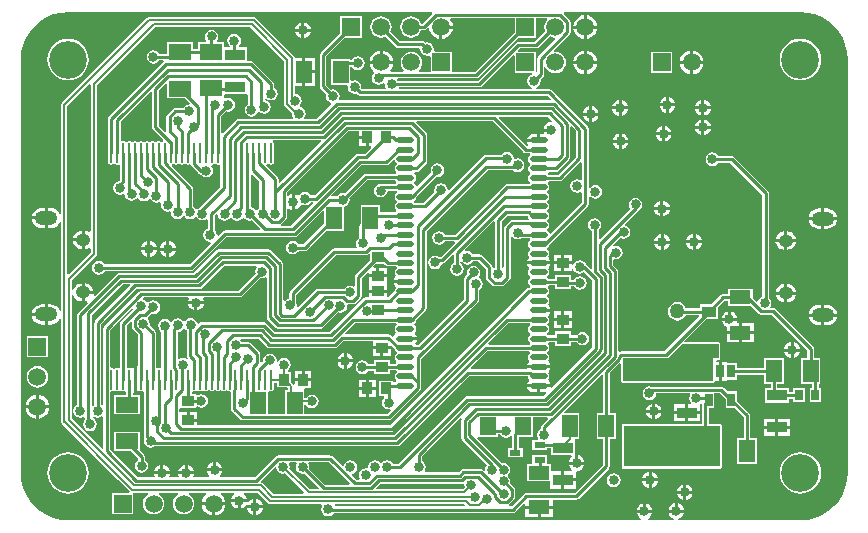
<source format=gbl>
G04 Layer_Physical_Order=4*
G04 Layer_Color=16711680*
%FSLAX44Y44*%
%MOMM*%
G71*
G01*
G75*
%ADD10C,1.2700*%
%ADD12R,0.6500X1.1000*%
%ADD13R,1.7000X0.9500*%
%ADD16R,1.0000X0.9000*%
%ADD18R,1.4000X1.5000*%
%ADD23R,0.9000X1.0000*%
%ADD25R,1.9000X1.3500*%
%ADD26R,1.8000X1.1500*%
%ADD29R,1.3500X1.9000*%
%ADD30R,3.5600X1.4000*%
%ADD31R,1.2200X0.9100*%
%ADD35C,0.2540*%
%ADD36C,0.2100*%
%ADD40C,1.5000*%
%ADD41R,1.5000X1.5000*%
%ADD42O,1.2500X1.0500*%
%ADD43O,1.9000X1.2250*%
%ADD44C,3.2000*%
%ADD45R,1.5000X1.5000*%
%ADD46C,0.8400*%
%ADD59R,0.7000X0.9000*%
%ADD60R,0.9500X0.5000*%
%ADD61O,1.5000X0.5500*%
%ADD62O,0.2500X1.7000*%
%ADD63R,8.1800X3.4700*%
G36*
X666837Y808502D02*
X667131Y807026D01*
X668391Y805141D01*
X670276Y803881D01*
X672500Y803438D01*
X674724Y803881D01*
X676609Y805141D01*
X677115Y805897D01*
X678385D01*
X678891Y805141D01*
X680776Y803881D01*
X683000Y803438D01*
X685224Y803881D01*
X687109Y805141D01*
X687736Y806079D01*
X689264D01*
X689891Y805141D01*
X691776Y803881D01*
X694000Y803438D01*
X695516Y803740D01*
X702758Y796498D01*
X702272Y795324D01*
X672750D01*
X672750Y795324D01*
X671669Y795109D01*
X670753Y794497D01*
X670753Y794497D01*
X667166Y790910D01*
X666711Y791153D01*
X666045Y791585D01*
X665619Y793724D01*
X664360Y795610D01*
X664152Y795748D01*
Y807613D01*
X665459Y808921D01*
X666837Y808502D01*
D02*
G37*
G36*
X929495Y807356D02*
X929747Y806092D01*
X930246Y805344D01*
X929567Y804074D01*
X916000D01*
X916000Y804074D01*
X914919Y803859D01*
X914003Y803247D01*
X909843Y799087D01*
X909230Y798170D01*
X909015Y797090D01*
X909016Y797090D01*
Y764371D01*
X907761Y763684D01*
X907094Y764099D01*
Y802850D01*
X911920Y807676D01*
X929175D01*
X929495Y807356D01*
D02*
G37*
G36*
X701926Y837080D02*
Y814218D01*
X700640Y813360D01*
X700139Y812608D01*
X698611D01*
X698109Y813360D01*
X696224Y814619D01*
X694574Y814947D01*
Y842635D01*
X695844Y843162D01*
X701926Y837080D01*
D02*
G37*
G36*
X558285Y919072D02*
X559075Y918602D01*
Y794515D01*
X557936Y793953D01*
X557804Y794054D01*
X555909Y794839D01*
X554145Y795072D01*
Y787250D01*
Y779428D01*
X555909Y779660D01*
X557804Y780445D01*
X557936Y780547D01*
X559075Y779985D01*
Y776548D01*
X540673Y758146D01*
X539500Y758632D01*
Y900823D01*
X557833Y919156D01*
X558285Y919072D01*
D02*
G37*
G36*
X808753Y765753D02*
X808753Y765753D01*
X809669Y765141D01*
X810750Y764926D01*
X817526D01*
X817686Y764686D01*
X818136Y764385D01*
Y763115D01*
X817686Y762814D01*
X816747Y761408D01*
X816417Y759750D01*
X816747Y758092D01*
X817267Y757312D01*
X817095Y755670D01*
X816936Y755564D01*
X815767Y753814D01*
X815609Y753020D01*
X825500D01*
Y750480D01*
X815609D01*
X815767Y749686D01*
X816936Y747936D01*
X817095Y747830D01*
X817267Y746187D01*
X816747Y745408D01*
X816515Y744243D01*
X811060Y738788D01*
X809790Y738907D01*
Y742480D01*
X794710D01*
Y738704D01*
X791880D01*
X790799Y738489D01*
X789883Y737877D01*
X789883Y737877D01*
X761580Y709574D01*
X714670D01*
X707466Y716778D01*
X706549Y717391D01*
X705469Y717606D01*
X705469Y717606D01*
X653174D01*
X652093Y717391D01*
X651177Y716778D01*
X651177Y716778D01*
X650705Y716306D01*
X649327Y716724D01*
X649126Y717732D01*
X647867Y719617D01*
X645981Y720877D01*
X643757Y721320D01*
X641533Y720877D01*
X639647Y719617D01*
X638853Y718429D01*
X637329Y718424D01*
X636866Y719118D01*
X634981Y720377D01*
X632757Y720820D01*
X630532Y720377D01*
X628647Y719118D01*
X627978Y718116D01*
X626450D01*
X626115Y718617D01*
X624230Y719877D01*
X622006Y720320D01*
X619782Y719877D01*
X617896Y718617D01*
X616637Y716732D01*
X616194Y714508D01*
X616637Y712284D01*
X617896Y710399D01*
X618926Y709711D01*
Y679631D01*
X618067Y679015D01*
X617656Y678874D01*
X616750Y679054D01*
X615844Y678874D01*
X615433Y679015D01*
X614574Y679631D01*
Y708250D01*
X614359Y709331D01*
X613747Y710247D01*
X613747Y710247D01*
X609051Y714943D01*
X609358Y716490D01*
X608916Y718714D01*
X607656Y720599D01*
X607660Y722124D01*
X610360Y724824D01*
X612256Y724447D01*
X614479Y724890D01*
X616365Y726149D01*
X617625Y728035D01*
X618067Y730259D01*
X617625Y732483D01*
X616365Y734368D01*
X614479Y735628D01*
X612256Y736070D01*
X610031Y735628D01*
X608146Y734368D01*
X608098Y734296D01*
X606570D01*
X605859Y735359D01*
X603974Y736619D01*
X603785Y736657D01*
X603327Y737993D01*
X603874Y738676D01*
X641730D01*
X642262Y737406D01*
X641684Y736010D01*
X641619Y735520D01*
X654881D01*
X654817Y736010D01*
X654238Y737406D01*
X654770Y738676D01*
X685250D01*
X685250Y738676D01*
X686331Y738891D01*
X687247Y739503D01*
X702734Y754990D01*
X704250Y754688D01*
X706474Y755131D01*
X707126Y755566D01*
X708396Y754887D01*
Y721603D01*
X708396Y721603D01*
X708611Y720522D01*
X709223Y719606D01*
X715826Y713003D01*
X715826Y713003D01*
X716742Y712391D01*
X717823Y712176D01*
X753857D01*
X753857Y712176D01*
X754938Y712391D01*
X755854Y713003D01*
X768666Y725815D01*
X770513Y725447D01*
X772737Y725890D01*
X774623Y727149D01*
X775882Y729035D01*
X776325Y731259D01*
X776181Y731983D01*
X776986Y732965D01*
X781650D01*
X781651Y732965D01*
X782731Y733180D01*
X783648Y733792D01*
X787731Y737875D01*
X787731Y737875D01*
X788343Y738792D01*
X788558Y739872D01*
Y755064D01*
X793537Y760042D01*
X794710Y759557D01*
Y758020D01*
X800980D01*
Y763790D01*
X798943D01*
X798457Y764963D01*
X800244Y766750D01*
X807756D01*
X808753Y765753D01*
D02*
G37*
G36*
X901445Y802405D02*
Y764099D01*
X900778Y763684D01*
X900207Y763851D01*
X899474Y764302D01*
X899309Y765131D01*
X898697Y766047D01*
X890497Y774247D01*
X889581Y774859D01*
X888500Y775074D01*
X888500Y775074D01*
X882968D01*
X882110Y776359D01*
X880224Y777619D01*
X878000Y778062D01*
X876879Y777839D01*
X876253Y779009D01*
X900175Y802931D01*
X901445Y802405D01*
D02*
G37*
G36*
X795750Y774989D02*
Y770244D01*
X783736Y758231D01*
X783124Y757314D01*
X782909Y756234D01*
X782909Y756234D01*
Y748372D01*
X781639Y747693D01*
X780988Y748129D01*
X778764Y748571D01*
X776540Y748129D01*
X774654Y746869D01*
X774130Y746084D01*
X751240D01*
X750159Y745869D01*
X749243Y745257D01*
X749203Y745197D01*
X734645Y730639D01*
X733475Y731265D01*
X733573Y731759D01*
X733130Y733983D01*
X733085Y734050D01*
Y740841D01*
X766700Y774456D01*
X792387D01*
X792387Y774456D01*
X793468Y774671D01*
X794384Y775283D01*
X794577Y775475D01*
X795750Y774989D01*
D02*
G37*
G36*
X975146Y852606D02*
Y838613D01*
X973876Y837934D01*
X973224Y838369D01*
X971000Y838812D01*
X968776Y838369D01*
X966890Y837110D01*
X965631Y835224D01*
X965188Y833000D01*
X965631Y830776D01*
X966890Y828891D01*
X968776Y827631D01*
X971000Y827188D01*
X973224Y827631D01*
X973876Y828066D01*
X975146Y827387D01*
Y818985D01*
X948718Y792557D01*
X947340Y792975D01*
X947253Y793408D01*
X946314Y794814D01*
X945864Y795115D01*
Y796385D01*
X946314Y796686D01*
X947253Y798092D01*
X947583Y799750D01*
X947253Y801408D01*
X946314Y802814D01*
X945864Y803115D01*
Y804385D01*
X946314Y804686D01*
X947253Y806092D01*
X947583Y807750D01*
X947253Y809408D01*
X946314Y810814D01*
X945864Y811115D01*
Y812385D01*
X946314Y812686D01*
X947253Y814092D01*
X947583Y815750D01*
X947253Y817408D01*
X946314Y818814D01*
X945864Y819115D01*
Y820385D01*
X946314Y820686D01*
X947253Y822092D01*
X947583Y823750D01*
X947253Y825408D01*
X946314Y826814D01*
X945864Y827115D01*
Y828385D01*
X946314Y828686D01*
X947253Y830092D01*
X947583Y831750D01*
X947253Y833408D01*
X946314Y834814D01*
X946304Y834821D01*
X946208Y836243D01*
X946910Y836926D01*
X956500D01*
X956500Y836926D01*
X957581Y837141D01*
X958497Y837753D01*
X973876Y853132D01*
X975146Y852606D01*
D02*
G37*
G36*
X786210Y875270D02*
X793250D01*
Y874000D01*
X794520D01*
Y866460D01*
X796057D01*
X796543Y865287D01*
X791370Y860114D01*
X785077D01*
X785077Y860114D01*
X783996Y859899D01*
X783080Y859287D01*
X783080Y859287D01*
X748867Y825074D01*
X745718D01*
X744859Y826359D01*
X742974Y827619D01*
X740750Y828062D01*
X738526Y827619D01*
X736640Y826359D01*
X736074Y825511D01*
X734357Y825228D01*
X734149Y825387D01*
X732510Y826067D01*
X732020Y826131D01*
Y819500D01*
Y812869D01*
X732510Y812934D01*
X734149Y813613D01*
X735557Y814693D01*
X736637Y816101D01*
X736917Y816775D01*
X738132Y817144D01*
X738526Y816881D01*
X740750Y816438D01*
X742974Y816881D01*
X744859Y818140D01*
X745718Y819426D01*
X747272D01*
X747758Y818252D01*
X728870Y799364D01*
X720921D01*
X720534Y800207D01*
X720486Y800634D01*
X724467Y804616D01*
X724467Y804616D01*
X725079Y805532D01*
X725294Y806613D01*
Y813590D01*
X726564Y814216D01*
X727351Y813613D01*
X728990Y812934D01*
X729480Y812869D01*
Y819500D01*
Y826131D01*
X728990Y826067D01*
X727351Y825387D01*
X726564Y824784D01*
X725294Y825410D01*
Y827876D01*
X776964Y879546D01*
X786210D01*
Y875270D01*
D02*
G37*
G36*
X610926Y912272D02*
Y882784D01*
X610926Y882784D01*
X611141Y881703D01*
X611753Y880787D01*
X620532Y872008D01*
X620213Y870530D01*
X619767Y870233D01*
X618733D01*
X617823Y870840D01*
X616750Y871054D01*
X615677Y870840D01*
X615108Y870460D01*
X614250Y870318D01*
X613392Y870460D01*
X612823Y870840D01*
X611750Y871054D01*
X610677Y870840D01*
X609767Y870233D01*
X608733D01*
X607823Y870840D01*
X606750Y871054D01*
X605677Y870840D01*
X605108Y870460D01*
X604250Y870318D01*
X603392Y870460D01*
X602823Y870840D01*
X601750Y871054D01*
X600677Y870840D01*
X600108Y870460D01*
X599250Y870318D01*
X598392Y870460D01*
X597823Y870840D01*
X596750Y871054D01*
X595677Y870840D01*
X594767Y870233D01*
X593733D01*
X592823Y870840D01*
X591750Y871054D01*
X590677Y870840D01*
X590108Y870460D01*
X589250Y870318D01*
X588392Y870460D01*
X587823Y870840D01*
X586750Y871054D01*
X585844Y870874D01*
X585433Y871015D01*
X584574Y871631D01*
Y887580D01*
X609752Y912758D01*
X610926Y912272D01*
D02*
G37*
G36*
X950029Y888226D02*
X949436Y887024D01*
X949250Y887048D01*
X947490Y886816D01*
X945851Y886137D01*
X944443Y885057D01*
X943363Y883649D01*
X942683Y882010D01*
X942619Y881520D01*
X949250D01*
Y878980D01*
X942619D01*
X942683Y878491D01*
X942804Y878200D01*
X942098Y877144D01*
X939770D01*
Y871750D01*
X938500D01*
Y870480D01*
X928609D01*
X928767Y869686D01*
X929802Y868137D01*
X929545Y867304D01*
X929268Y866855D01*
X928492Y866752D01*
X904752Y890492D01*
X905238Y891666D01*
X946590D01*
X950029Y888226D01*
D02*
G37*
G36*
X754389Y870672D02*
X719498Y835781D01*
X718324Y836267D01*
Y838466D01*
X718324Y838466D01*
X718109Y839547D01*
X717497Y840463D01*
X717497Y840463D01*
X707968Y849992D01*
X708287Y851470D01*
X708733Y851767D01*
X709767D01*
X710677Y851160D01*
X711750Y850946D01*
X712823Y851160D01*
X713733Y851767D01*
X714340Y852677D01*
X714554Y853750D01*
Y868250D01*
X714340Y869323D01*
X713733Y870233D01*
X713219Y870576D01*
X713605Y871846D01*
X753903D01*
X754389Y870672D01*
D02*
G37*
G36*
X970176Y879507D02*
Y857420D01*
X955330Y842574D01*
X946474D01*
X946314Y842814D01*
X946304Y842821D01*
X946208Y844243D01*
X946910Y844926D01*
X952713D01*
X952713Y844926D01*
X953794Y845141D01*
X954710Y845753D01*
X964287Y855330D01*
X964287Y855330D01*
X964899Y856246D01*
X965114Y857327D01*
Y882909D01*
X966288Y883395D01*
X970176Y879507D01*
D02*
G37*
G36*
X816660Y854525D02*
X816747Y854092D01*
X817686Y852686D01*
X818136Y852385D01*
Y851115D01*
X817686Y850814D01*
X816747Y849408D01*
X816417Y847750D01*
X816747Y846092D01*
X817686Y844686D01*
X817823Y844594D01*
X817438Y843324D01*
X792000D01*
X790919Y843109D01*
X790003Y842497D01*
X790003Y842497D01*
X774279Y826773D01*
X772763Y827075D01*
X770539Y826633D01*
X768654Y825373D01*
X767795Y824088D01*
X763241D01*
X762755Y825261D01*
X787920Y850426D01*
X809595D01*
X809595Y850426D01*
X810676Y850641D01*
X811592Y851253D01*
X815282Y854943D01*
X816660Y854525D01*
D02*
G37*
G36*
X635677Y851160D02*
X636750Y850946D01*
X637823Y851160D01*
X638392Y851540D01*
X639250Y851682D01*
X640108Y851540D01*
X640677Y851160D01*
X641750Y850946D01*
X642798Y851155D01*
X642823Y851160D01*
X644124Y850502D01*
X644141Y850419D01*
X644753Y849503D01*
X650253Y844003D01*
X650253Y844003D01*
X651169Y843391D01*
X651998Y843226D01*
X652890Y841890D01*
X654776Y840631D01*
X657000Y840188D01*
X659224Y840631D01*
X661109Y841890D01*
X662369Y843776D01*
X662812Y846000D01*
X662369Y848224D01*
X661364Y849728D01*
X661550Y850313D01*
X661898Y850943D01*
X661937Y850983D01*
X662823Y851160D01*
X663392Y851540D01*
X664250Y851682D01*
X665108Y851540D01*
X665677Y851160D01*
X666750Y850946D01*
X667656Y851126D01*
X668067Y850985D01*
X668926Y850369D01*
Y832420D01*
X651094Y814588D01*
X649648Y813622D01*
X649597Y813546D01*
X648070D01*
X647359Y814609D01*
X646074Y815468D01*
Y830641D01*
X646074Y830641D01*
X645859Y831722D01*
X645247Y832638D01*
X645247Y832638D01*
X627906Y849980D01*
X628242Y851440D01*
X628392Y851540D01*
X629250Y851682D01*
X630108Y851540D01*
X630677Y851160D01*
X631750Y850946D01*
X632823Y851160D01*
X633733Y851767D01*
X634767D01*
X635677Y851160D01*
D02*
G37*
G36*
X699951Y764326D02*
X698881Y762724D01*
X698438Y760500D01*
X698740Y758984D01*
X684080Y744324D01*
X602143D01*
X601062Y744109D01*
X600146Y743497D01*
X600146Y743497D01*
X570733Y714084D01*
X570121Y713168D01*
X569906Y712087D01*
X569906Y712087D01*
Y647712D01*
X568792Y647152D01*
X567824Y647778D01*
Y715790D01*
X597920Y745886D01*
X651137D01*
X651137Y745886D01*
X652218Y746101D01*
X653134Y746713D01*
X672017Y765596D01*
X699505D01*
X699951Y764326D01*
D02*
G37*
G36*
X875264Y580541D02*
X875589Y580167D01*
X875457Y579501D01*
X875811Y577721D01*
X874140Y576050D01*
X801036D01*
X800550Y577223D01*
X804253Y580926D01*
X805389D01*
X805440Y580916D01*
X814560D01*
X814560Y580916D01*
X814611Y580926D01*
X832417D01*
X832456Y580918D01*
X832456Y580918D01*
X873668D01*
X873669Y580918D01*
X874476Y581078D01*
X875264Y580541D01*
D02*
G37*
G36*
X873180Y635640D02*
X873141Y635581D01*
X872926Y634500D01*
X872926Y634500D01*
Y619750D01*
X872926Y619750D01*
X873141Y618669D01*
X873753Y617753D01*
X894641Y596865D01*
X894641Y596859D01*
X893381Y594974D01*
X892938Y592750D01*
X892975Y592565D01*
X891805Y591940D01*
X891236Y592509D01*
X890319Y593121D01*
X889239Y593336D01*
X889238Y593336D01*
X874724D01*
X873644Y593121D01*
X872727Y592509D01*
X870825Y590606D01*
X842629D01*
X841950Y591876D01*
X842386Y592528D01*
X842828Y594752D01*
X842386Y596976D01*
X841126Y598862D01*
X839841Y599720D01*
Y604097D01*
X872194Y636450D01*
X873180Y635640D01*
D02*
G37*
G36*
X992926Y672919D02*
Y640500D01*
X987500D01*
Y618500D01*
X992926D01*
Y596762D01*
X969238Y573074D01*
X928106D01*
X928106Y573074D01*
X927025Y572859D01*
X926109Y572247D01*
X926109Y572247D01*
X915686Y561824D01*
X913220D01*
X912978Y563094D01*
X913634Y563533D01*
X917717Y567616D01*
X917717Y567616D01*
X918329Y568532D01*
X918544Y569613D01*
Y575780D01*
X918329Y576861D01*
X917717Y577777D01*
X917717Y577777D01*
X914260Y581234D01*
X914562Y582750D01*
X914119Y584974D01*
X912859Y586860D01*
X912477Y587115D01*
Y588385D01*
X912859Y588641D01*
X914119Y590526D01*
X914562Y592750D01*
X914119Y594974D01*
X912859Y596860D01*
X910974Y598119D01*
X908750Y598562D01*
X907234Y598260D01*
X885921Y619574D01*
X886790Y620500D01*
X903750D01*
Y622676D01*
X905782D01*
X906640Y621390D01*
X908526Y620131D01*
X910750Y619688D01*
X912974Y620131D01*
X914656Y621254D01*
X915926Y620874D01*
Y611250D01*
X912500D01*
Y603250D01*
X925000D01*
Y611250D01*
X921574D01*
Y620500D01*
X933750D01*
Y637136D01*
X942423D01*
X942423Y637136D01*
X945836D01*
X946322Y635962D01*
X941024Y630665D01*
X940412Y629749D01*
X940197Y628668D01*
X940197Y628668D01*
Y626972D01*
X938912Y626113D01*
X937652Y624227D01*
X937210Y622004D01*
X937652Y619780D01*
X938160Y619020D01*
X937481Y617750D01*
X933000D01*
Y609750D01*
X945500D01*
Y610926D01*
X949001D01*
Y604749D01*
X965812D01*
X966243Y603479D01*
X965693Y603057D01*
X964613Y601649D01*
X963933Y600009D01*
X963869Y599520D01*
X969230D01*
Y605613D01*
X969001Y605814D01*
Y617249D01*
X969001Y617249D01*
X969001D01*
X969047Y618500D01*
X973000D01*
Y640500D01*
X960507D01*
X960021Y641673D01*
X991752Y673405D01*
X992926Y672919D01*
D02*
G37*
G36*
X778659Y581240D02*
X778173Y580066D01*
X757442D01*
X744022Y593486D01*
X744323Y595002D01*
X743881Y597226D01*
X743446Y597878D01*
X744124Y599148D01*
X760751D01*
X778659Y581240D01*
D02*
G37*
G36*
X876010Y563094D02*
X875389Y561824D01*
X765941D01*
X765624Y562352D01*
X766344Y563622D01*
X801139D01*
X801281Y563650D01*
X875578D01*
X876010Y563094D01*
D02*
G37*
G36*
X716272Y594578D02*
X716631Y592776D01*
X717890Y590891D01*
X719776Y589631D01*
X722000Y589188D01*
X723781Y589543D01*
X739728Y573595D01*
X739242Y572422D01*
X713675D01*
X704798Y581298D01*
X703955Y581862D01*
X703623Y581928D01*
X703203Y583305D01*
X715015Y595116D01*
X716272Y594578D01*
D02*
G37*
G36*
X733578Y597878D02*
X733142Y597226D01*
X732700Y595002D01*
X733142Y592778D01*
X734402Y590893D01*
X736288Y589633D01*
X738512Y589190D01*
X740028Y589492D01*
X752325Y577195D01*
X751839Y576022D01*
X744655D01*
X727457Y593219D01*
X727812Y595000D01*
X727369Y597224D01*
X726932Y597878D01*
X727611Y599148D01*
X732899D01*
X733578Y597878D01*
D02*
G37*
G36*
X592798Y748753D02*
X563003Y718958D01*
X562391Y718041D01*
X562176Y716960D01*
X562176Y716960D01*
Y647689D01*
X561125Y646997D01*
X560044Y647510D01*
Y723837D01*
X586134Y749926D01*
X592312D01*
X592798Y748753D01*
D02*
G37*
G36*
X639647Y711399D02*
X640473Y710847D01*
Y689326D01*
X640473Y689326D01*
X640688Y688245D01*
X641301Y687329D01*
X640357Y686540D01*
X639481Y687126D01*
X637257Y687568D01*
X635033Y687126D01*
X634031Y686456D01*
X632761Y687135D01*
Y709197D01*
X634981Y709639D01*
X636866Y710899D01*
X637660Y712087D01*
X639184Y712092D01*
X639647Y711399D01*
D02*
G37*
G36*
X930686Y716686D02*
X931136Y716385D01*
Y715115D01*
X930686Y714814D01*
X929747Y713408D01*
X929417Y711750D01*
X929747Y710092D01*
X930686Y708686D01*
X931136Y708385D01*
Y707115D01*
X930686Y706814D01*
X929747Y705408D01*
X929417Y703750D01*
X929747Y702092D01*
X930686Y700686D01*
X930696Y700679D01*
X930792Y699257D01*
X930090Y698574D01*
X896301D01*
X895815Y699748D01*
X912993Y716926D01*
X930526D01*
X930686Y716686D01*
D02*
G37*
G36*
X817686D02*
X818136Y716385D01*
Y715115D01*
X817686Y714814D01*
X816747Y713408D01*
X816417Y711750D01*
X816747Y710092D01*
X817267Y709313D01*
X817095Y707670D01*
X816936Y707564D01*
X815767Y705814D01*
X815728Y705616D01*
X814512Y705248D01*
X813263Y706497D01*
X812347Y707109D01*
X811266Y707324D01*
X811266Y707324D01*
X774730D01*
X774244Y708498D01*
X782672Y716926D01*
X817526D01*
X817686Y716686D01*
D02*
G37*
G36*
X708156Y696673D02*
X708156Y696673D01*
X709072Y696061D01*
X710153Y695846D01*
X766097D01*
X766097Y695846D01*
X767178Y696061D01*
X768094Y696673D01*
X773097Y701676D01*
X798210D01*
Y697020D01*
X813767D01*
X814463Y697308D01*
X816515Y695257D01*
X816747Y694092D01*
X817686Y692686D01*
X818136Y692385D01*
Y691115D01*
X817686Y690814D01*
X816747Y689408D01*
X816417Y687750D01*
X816747Y686092D01*
X817686Y684686D01*
X817696Y684679D01*
X817793Y683257D01*
X817090Y682574D01*
X812250D01*
Y685750D01*
X799250D01*
Y682324D01*
X794218D01*
X793359Y683609D01*
X791474Y684869D01*
X789250Y685312D01*
X787026Y684869D01*
X785141Y683609D01*
X783881Y681724D01*
X783438Y679500D01*
X783881Y677276D01*
X785141Y675390D01*
X787026Y674131D01*
X789250Y673688D01*
X791474Y674131D01*
X793359Y675390D01*
X794218Y676676D01*
X799250D01*
Y673750D01*
X812250D01*
Y676926D01*
X817526D01*
X817686Y676686D01*
X818136Y676385D01*
Y675115D01*
X817686Y674814D01*
X816747Y673408D01*
X816417Y671750D01*
X816747Y670092D01*
X817686Y668686D01*
X817696Y668679D01*
X817793Y667257D01*
X817090Y666574D01*
X815250D01*
Y668000D01*
X803250D01*
Y655000D01*
X807186D01*
X807571Y653730D01*
X807391Y653609D01*
X806131Y651724D01*
X805688Y649500D01*
X806131Y647276D01*
X807391Y645390D01*
X809276Y644131D01*
X811500Y643688D01*
X812380Y643863D01*
X813005Y642693D01*
X810367Y640054D01*
X740000D01*
Y647576D01*
X741270Y647693D01*
X742141Y646391D01*
X744026Y645131D01*
X746250Y644688D01*
X748474Y645131D01*
X750359Y646391D01*
X751619Y648276D01*
X752062Y650500D01*
X751619Y652724D01*
X750359Y654610D01*
X748474Y655869D01*
X746250Y656312D01*
X744026Y655869D01*
X742141Y654610D01*
X741270Y653307D01*
X740000Y653424D01*
Y660190D01*
X740000Y660500D01*
X740748Y661460D01*
X746040D01*
Y667730D01*
X731960D01*
Y664941D01*
X730690Y664562D01*
X730338Y665088D01*
X729000Y666427D01*
Y675500D01*
X726316D01*
X725931Y676770D01*
X726860Y677391D01*
X728119Y679276D01*
X728562Y681500D01*
X728119Y683724D01*
X726860Y685609D01*
X724974Y686869D01*
X722750Y687312D01*
X720526Y686869D01*
X718641Y685609D01*
X717639Y684110D01*
X716442Y684606D01*
X716572Y685257D01*
X716130Y687481D01*
X714870Y689366D01*
X712984Y690626D01*
X710760Y691068D01*
X708536Y690626D01*
X706651Y689366D01*
X705391Y687481D01*
X704949Y685257D01*
X705087Y684559D01*
X704174Y683645D01*
X702904Y684172D01*
Y690454D01*
X702904Y690454D01*
X702689Y691535D01*
X702076Y692451D01*
X694273Y700254D01*
X693357Y700866D01*
X692276Y701081D01*
X692276Y701081D01*
X686727D01*
X685868Y702367D01*
X685810Y702406D01*
X686195Y703676D01*
X701153D01*
X708156Y696673D01*
D02*
G37*
G36*
X717000Y662500D02*
X725573D01*
X725900Y662173D01*
Y660500D01*
X723500D01*
Y640054D01*
X709000D01*
Y658804D01*
X710270Y659432D01*
X710677Y659160D01*
X711750Y658946D01*
X712823Y659160D01*
X713733Y659767D01*
X714340Y660677D01*
X714554Y661750D01*
Y666400D01*
X717000D01*
Y662500D01*
D02*
G37*
G36*
X1090700Y687250D02*
X1086000D01*
X1086000Y667950D01*
X1009600D01*
Y687250D01*
X1048250D01*
X1060000Y699000D01*
X1090700D01*
Y687250D01*
D02*
G37*
G36*
X595251Y728818D02*
X595265Y728760D01*
X584753Y718247D01*
X584141Y717331D01*
X583926Y716250D01*
X583926Y716250D01*
Y679631D01*
X583067Y679015D01*
X582656Y678874D01*
X581750Y679054D01*
X580677Y678840D01*
X580108Y678460D01*
X579250Y678318D01*
X578392Y678460D01*
X577823Y678840D01*
X576750Y679054D01*
X575554Y680111D01*
Y710917D01*
X593844Y729207D01*
X595251Y728818D01*
D02*
G37*
G36*
X624000Y919612D02*
Y907000D01*
X634626D01*
X635000Y906926D01*
X635374Y907000D01*
X639256D01*
X643311Y902945D01*
X642685Y901775D01*
X642500Y901812D01*
X640276Y901369D01*
X638391Y900109D01*
X637532Y898824D01*
X630893D01*
X629812Y898609D01*
X628896Y897997D01*
X628896Y897997D01*
X623933Y893034D01*
X623321Y892118D01*
X623106Y891037D01*
X623106Y891037D01*
Y879218D01*
X622867Y879016D01*
X621909Y878618D01*
X616574Y883953D01*
Y913846D01*
X622827Y920098D01*
X624000Y919612D01*
D02*
G37*
G36*
X722900Y938673D02*
Y902233D01*
X723098Y901238D01*
X723662Y900394D01*
X729499Y894557D01*
X729438Y894250D01*
X729881Y892026D01*
X730644Y890884D01*
X729965Y889614D01*
X684071D01*
X684071Y889614D01*
X682990Y889399D01*
X682074Y888787D01*
X670844Y877558D01*
X669574Y878084D01*
Y892124D01*
X673780Y896330D01*
X675750Y895938D01*
X677974Y896381D01*
X679859Y897641D01*
X681119Y899526D01*
X681562Y901750D01*
X681119Y903974D01*
X679859Y905860D01*
X677974Y907119D01*
X675750Y907562D01*
X673526Y907119D01*
X673443Y907064D01*
X672250Y907794D01*
Y909852D01*
X673148Y910750D01*
X691500D01*
X692426Y909919D01*
Y902479D01*
X691150Y901626D01*
X689890Y899741D01*
X689448Y897517D01*
X689890Y895293D01*
X691150Y893408D01*
X693036Y892148D01*
X695259Y891705D01*
X697484Y892148D01*
X699369Y893408D01*
X700629Y895293D01*
X700648Y895388D01*
X701981Y895580D01*
X703776Y894381D01*
X706000Y893938D01*
X708224Y894381D01*
X710109Y895640D01*
X711369Y897526D01*
X711812Y899750D01*
X711369Y901974D01*
X710109Y903859D01*
X708224Y905119D01*
X706324Y905497D01*
Y906775D01*
X707594Y907160D01*
X707641Y907091D01*
X709526Y905831D01*
X711750Y905388D01*
X713974Y905831D01*
X715860Y907091D01*
X717119Y908976D01*
X717562Y911200D01*
X717119Y913424D01*
X715860Y915310D01*
X714574Y916168D01*
Y919062D01*
X714359Y920143D01*
X713747Y921059D01*
X713747Y921059D01*
X696929Y937877D01*
X696013Y938489D01*
X694932Y938704D01*
X694932Y938704D01*
X691500D01*
Y950250D01*
X684690D01*
X684305Y951520D01*
X684859Y951890D01*
X686119Y953776D01*
X686562Y956000D01*
X686119Y958224D01*
X684859Y960109D01*
X682974Y961369D01*
X680750Y961812D01*
X678526Y961369D01*
X676640Y960109D01*
X675381Y958224D01*
X674938Y956000D01*
X675381Y953776D01*
X676640Y951890D01*
X677195Y951520D01*
X676810Y950250D01*
X672250D01*
Y954750D01*
X666709D01*
X666030Y956020D01*
X666869Y957276D01*
X667312Y959500D01*
X666869Y961724D01*
X665610Y963609D01*
X663724Y964869D01*
X661500Y965312D01*
X659276Y964869D01*
X657391Y963609D01*
X656131Y961724D01*
X655688Y959500D01*
X656131Y957276D01*
X656970Y956020D01*
X656291Y954750D01*
X650250D01*
Y949074D01*
X646000D01*
Y954500D01*
X624000D01*
Y945074D01*
X617218D01*
X616359Y946359D01*
X614474Y947619D01*
X612250Y948062D01*
X610026Y947619D01*
X608140Y946359D01*
X606881Y944474D01*
X606438Y942250D01*
X606881Y940026D01*
X608140Y938140D01*
X610026Y936881D01*
X612250Y936438D01*
X614474Y936881D01*
X616359Y938140D01*
X617218Y939426D01*
X620665D01*
X621050Y938156D01*
X620633Y937877D01*
X574753Y891997D01*
X574141Y891081D01*
X573926Y890000D01*
X573926Y890000D01*
Y861000D01*
X573946Y860897D01*
Y853750D01*
X574160Y852677D01*
X574767Y851767D01*
X575677Y851160D01*
X576750Y850946D01*
X577823Y851160D01*
X578392Y851540D01*
X579250Y851682D01*
X580108Y851540D01*
X580677Y851160D01*
X581750Y850946D01*
X582656Y851126D01*
X583067Y850985D01*
X583926Y850369D01*
Y837920D01*
X582852Y836846D01*
X581780Y836633D01*
X579895Y835373D01*
X578635Y833488D01*
X578192Y831264D01*
X578635Y829040D01*
X579895Y827154D01*
X581780Y825894D01*
X584004Y825452D01*
X586228Y825894D01*
X586700Y826210D01*
X586995Y826160D01*
X588024Y825567D01*
X588381Y823776D01*
X589641Y821890D01*
X591526Y820631D01*
X593750Y820188D01*
X595974Y820631D01*
X597859Y821890D01*
X598282Y822522D01*
X599552D01*
X600140Y821640D01*
X602026Y820381D01*
X604250Y819938D01*
X606474Y820381D01*
X608359Y821640D01*
X609846Y821580D01*
X610640Y820390D01*
X612526Y819131D01*
X614750Y818688D01*
X616974Y819131D01*
X617756Y819653D01*
X618800Y818824D01*
X618438Y816999D01*
X618880Y814775D01*
X620140Y812890D01*
X622025Y811630D01*
X624249Y811188D01*
X625843Y811505D01*
X626945Y810534D01*
X626938Y810500D01*
X627381Y808276D01*
X628641Y806391D01*
X630526Y805131D01*
X632750Y804688D01*
X634974Y805131D01*
X636860Y806391D01*
X637365Y807147D01*
X638635D01*
X639141Y806391D01*
X641026Y805131D01*
X643250Y804688D01*
X645474Y805131D01*
X647359Y806391D01*
X647410Y806466D01*
X648938D01*
X649648Y805403D01*
X651534Y804143D01*
X653757Y803701D01*
X655982Y804143D01*
X657233Y804980D01*
X658503Y804301D01*
Y796964D01*
X658026Y796869D01*
X656141Y795610D01*
X654881Y793724D01*
X654438Y791500D01*
X654881Y789276D01*
X656141Y787391D01*
X658026Y786131D01*
X660165Y785705D01*
X660597Y785039D01*
X660840Y784584D01*
X642811Y766555D01*
X570991D01*
X570113Y767870D01*
X568227Y769130D01*
X566003Y769572D01*
X563779Y769130D01*
X561894Y767870D01*
X560634Y765984D01*
X560192Y763760D01*
X560634Y761536D01*
X561894Y759651D01*
X563779Y758391D01*
X566003Y757949D01*
X568227Y758391D01*
X570113Y759651D01*
X570951Y760906D01*
X643980D01*
X643981Y760906D01*
X645061Y761121D01*
X645978Y761734D01*
X673920Y789676D01*
X731750D01*
X731750Y789676D01*
X732831Y789891D01*
X733747Y790503D01*
X755577Y812333D01*
X756750Y811846D01*
Y801244D01*
X739080Y783574D01*
X735218D01*
X734360Y784859D01*
X732474Y786119D01*
X730250Y786562D01*
X728026Y786119D01*
X726141Y784859D01*
X724881Y782974D01*
X724438Y780750D01*
X724881Y778526D01*
X726141Y776640D01*
X728026Y775381D01*
X730250Y774938D01*
X732474Y775381D01*
X734360Y776640D01*
X735218Y777926D01*
X740250D01*
X740250Y777926D01*
X741331Y778141D01*
X742247Y778753D01*
X757994Y794500D01*
X773250D01*
Y815548D01*
X774987Y815894D01*
X776873Y817154D01*
X778133Y819039D01*
X778575Y821263D01*
X778273Y822779D01*
X793170Y837676D01*
X817025D01*
X817686Y836686D01*
X817696Y836679D01*
X817793Y835257D01*
X817090Y834574D01*
X806027D01*
X804765Y834825D01*
X802541Y834383D01*
X800655Y833123D01*
X799396Y831238D01*
X798953Y829014D01*
X799396Y826790D01*
X800655Y824904D01*
X802541Y823644D01*
X804765Y823202D01*
X806989Y823644D01*
X808874Y824904D01*
X810134Y826790D01*
X810559Y828926D01*
X817526D01*
X817686Y828686D01*
X818136Y828385D01*
Y827115D01*
X817686Y826814D01*
X816747Y825408D01*
X816417Y823750D01*
X816747Y822092D01*
X817686Y820686D01*
X818136Y820385D01*
Y819115D01*
X817686Y818814D01*
X816747Y817408D01*
X816417Y815750D01*
X816747Y814092D01*
X817686Y812686D01*
X817696Y812679D01*
X817793Y811257D01*
X817090Y810574D01*
X804250D01*
Y816500D01*
X787750D01*
Y801244D01*
X787503Y800997D01*
X786891Y800081D01*
X786676Y799000D01*
X786676Y799000D01*
Y789218D01*
X785390Y788360D01*
X784131Y786474D01*
X783688Y784250D01*
X784131Y782026D01*
X784566Y781374D01*
X783887Y780104D01*
X765530D01*
X765530Y780104D01*
X764449Y779889D01*
X763533Y779277D01*
X728378Y744122D01*
X728332Y744054D01*
X728264Y744008D01*
X727652Y743092D01*
X727437Y742011D01*
Y737506D01*
X725537Y737128D01*
X723652Y735868D01*
X723594Y735782D01*
X722324Y736168D01*
Y766534D01*
X722109Y767615D01*
X721497Y768531D01*
X721497Y768531D01*
X711531Y778497D01*
X710615Y779109D01*
X709534Y779324D01*
X709534Y779324D01*
X667500D01*
X666419Y779109D01*
X665503Y778497D01*
X665503Y778497D01*
X646620Y759615D01*
X583290D01*
X582210Y759400D01*
X581293Y758788D01*
X562568Y740062D01*
X561543Y740670D01*
X561470Y740760D01*
X561565Y741480D01*
X554145D01*
Y734928D01*
X555864Y735155D01*
X555955Y735082D01*
X556563Y734057D01*
X548253Y725747D01*
X547641Y724831D01*
X547426Y723750D01*
X547426Y723750D01*
Y647468D01*
X546141Y646609D01*
X544881Y644724D01*
X544438Y642500D01*
X544881Y640276D01*
X546141Y638391D01*
X548026Y637131D01*
X550250Y636688D01*
X552474Y637131D01*
X553126Y637566D01*
X554396Y636887D01*
Y635363D01*
X554390Y635359D01*
X553131Y633474D01*
X552688Y631250D01*
X553131Y629026D01*
X554390Y627141D01*
X556276Y625881D01*
X558500Y625438D01*
X560724Y625881D01*
X562609Y627141D01*
X563869Y629026D01*
X564312Y631250D01*
X563869Y633474D01*
X562609Y635359D01*
X560870Y636522D01*
X560812Y636916D01*
X561273Y637344D01*
X562080Y637596D01*
X562776Y637131D01*
X565000Y636688D01*
X567224Y637131D01*
X568636Y638074D01*
X569906Y637470D01*
Y611028D01*
X568732Y610542D01*
X543100Y636175D01*
Y740423D01*
X544286Y740716D01*
X545070Y738821D01*
X546319Y737194D01*
X547946Y735946D01*
X549841Y735161D01*
X551605Y734928D01*
Y742750D01*
Y750572D01*
X549841Y750340D01*
X547946Y749555D01*
X546319Y748306D01*
X545070Y746679D01*
X544286Y744784D01*
X543100Y745077D01*
Y753219D01*
X563513Y773633D01*
X564077Y774476D01*
X564275Y775471D01*
Y917848D01*
X613577Y967150D01*
X694423D01*
X722900Y938673D01*
D02*
G37*
G36*
X947861Y959639D02*
X950051Y958732D01*
X952096Y958462D01*
X952724Y957295D01*
X938097Y942667D01*
X937485Y941751D01*
X937270Y940670D01*
X937270Y940670D01*
Y929889D01*
X937120Y929789D01*
X936000Y930387D01*
Y946500D01*
X921113D01*
X920627Y947673D01*
X922380Y949426D01*
X936400D01*
X936400Y949426D01*
X937481Y949641D01*
X938397Y950253D01*
X947817Y959673D01*
X947861Y959639D01*
D02*
G37*
G36*
X1166277Y979630D02*
X1172399Y978160D01*
X1178216Y975751D01*
X1183584Y972461D01*
X1188372Y968372D01*
X1192461Y963584D01*
X1195751Y958216D01*
X1198160Y952399D01*
X1199630Y946277D01*
X1200114Y940123D01*
X1200000Y940000D01*
X1200000D01*
X1200124Y590000D01*
X1199630Y583723D01*
X1198160Y577601D01*
X1195751Y571784D01*
X1192461Y566416D01*
X1188372Y561628D01*
X1183584Y557539D01*
X1178216Y554249D01*
X1172399Y551840D01*
X1166277Y550370D01*
X1160123Y549886D01*
X1160000Y550000D01*
Y550000D01*
X1057075Y549980D01*
X1056779Y551163D01*
X1058419Y551843D01*
X1059827Y552923D01*
X1060907Y554331D01*
X1061587Y555970D01*
X1061651Y556460D01*
X1048389D01*
X1048454Y555970D01*
X1049133Y554331D01*
X1050213Y552923D01*
X1051621Y551843D01*
X1053260Y551163D01*
X1052966Y549979D01*
X1030899Y549974D01*
X1030646Y551244D01*
X1031439Y551573D01*
X1032847Y552653D01*
X1033927Y554061D01*
X1034606Y555700D01*
X1034671Y556190D01*
X1021409D01*
X1021473Y555700D01*
X1022153Y554061D01*
X1023233Y552653D01*
X1024641Y551573D01*
X1025436Y551243D01*
X1025184Y549973D01*
X540000Y549876D01*
X533723Y550370D01*
X527601Y551840D01*
X521784Y554249D01*
X516416Y557539D01*
X511628Y561628D01*
X507539Y566416D01*
X504249Y571784D01*
X501840Y577601D01*
X500370Y583723D01*
X499886Y589877D01*
X500000Y590000D01*
X500000D01*
X499876Y940000D01*
X500370Y946277D01*
X501840Y952399D01*
X504249Y958216D01*
X507539Y963584D01*
X511628Y968372D01*
X516416Y972461D01*
X521784Y975751D01*
X527601Y978160D01*
X533723Y979630D01*
X539877Y980114D01*
X540000Y980000D01*
Y980000D01*
X847947Y980061D01*
X848473Y978792D01*
X840045Y970363D01*
X838804Y970488D01*
X838161Y972039D01*
X836719Y973919D01*
X834839Y975361D01*
X832650Y976268D01*
X830300Y976578D01*
X827951Y976268D01*
X825761Y975361D01*
X823881Y973919D01*
X822439Y972039D01*
X821532Y969849D01*
X821222Y967500D01*
X821532Y965151D01*
X822439Y962961D01*
X823881Y961081D01*
X825761Y959639D01*
X827951Y958732D01*
X830300Y958422D01*
X832650Y958732D01*
X834839Y959639D01*
X836719Y961081D01*
X838161Y962961D01*
X838872Y964676D01*
X841176D01*
X841176Y964676D01*
X842257Y964891D01*
X843173Y965503D01*
X844395Y966724D01*
X845735Y966269D01*
X845918Y964879D01*
X846930Y962437D01*
X848539Y960339D01*
X850637Y958730D01*
X853079Y957718D01*
X854430Y957541D01*
Y967500D01*
X855700D01*
Y968770D01*
X865659D01*
X865482Y970121D01*
X864470Y972563D01*
X863616Y973676D01*
X864243Y974946D01*
X918000D01*
Y963244D01*
X884550Y929794D01*
X865000D01*
Y946500D01*
X850672D01*
X849630Y947770D01*
X849828Y948770D01*
X849386Y950993D01*
X848126Y952879D01*
X846241Y954139D01*
X844017Y954581D01*
X842501Y954279D01*
X842033Y954747D01*
X841117Y955359D01*
X840036Y955574D01*
X840036Y955574D01*
X820820D01*
X812958Y963436D01*
X813668Y965151D01*
X813978Y967500D01*
X813668Y969849D01*
X812761Y972039D01*
X811319Y973919D01*
X809439Y975361D01*
X807250Y976268D01*
X804900Y976578D01*
X802551Y976268D01*
X800361Y975361D01*
X798481Y973919D01*
X797038Y972039D01*
X796132Y969849D01*
X795822Y967500D01*
X796132Y965151D01*
X797038Y962961D01*
X798481Y961081D01*
X800361Y959639D01*
X802551Y958732D01*
X804900Y958422D01*
X807250Y958732D01*
X808964Y959442D01*
X817653Y950753D01*
X817653Y950753D01*
X818569Y950141D01*
X819650Y949926D01*
X819650Y949926D01*
X837434D01*
X838240Y948944D01*
X838205Y948770D01*
X838648Y946545D01*
X839907Y944660D01*
X841793Y943400D01*
X844017Y942958D01*
X845730Y943299D01*
X847000Y942496D01*
Y929794D01*
X837317D01*
X836909Y930997D01*
X837019Y931081D01*
X838461Y932961D01*
X839368Y935151D01*
X839678Y937500D01*
X839368Y939849D01*
X838461Y942039D01*
X837019Y943919D01*
X835139Y945361D01*
X832950Y946268D01*
X830600Y946578D01*
X828251Y946268D01*
X826061Y945361D01*
X824181Y943919D01*
X822738Y942039D01*
X821832Y939849D01*
X821522Y937500D01*
X821832Y935151D01*
X822738Y932961D01*
X824181Y931081D01*
X824291Y930997D01*
X823883Y929794D01*
X813543D01*
X812917Y931064D01*
X813970Y932437D01*
X814982Y934879D01*
X815159Y936230D01*
X795241D01*
X795418Y934879D01*
X796430Y932437D01*
X798039Y930339D01*
X799015Y929591D01*
X798976Y928409D01*
X797717Y926524D01*
X797274Y924300D01*
X797717Y922076D01*
X798976Y920191D01*
X800862Y918931D01*
X803086Y918488D01*
X805310Y918931D01*
X807076Y920111D01*
X807525Y919968D01*
X808246Y919482D01*
X808204Y919268D01*
X808646Y917044D01*
X809174Y916254D01*
X808495Y914984D01*
X789268D01*
X788242Y916204D01*
X788362Y916804D01*
X787919Y919028D01*
X786659Y920914D01*
X784774Y922173D01*
X782550Y922616D01*
X780326Y922173D01*
X780120Y922036D01*
X779000Y922635D01*
Y933926D01*
X780282D01*
X781141Y932641D01*
X783026Y931381D01*
X785250Y930938D01*
X787474Y931381D01*
X789360Y932641D01*
X790619Y934526D01*
X791062Y936750D01*
X790619Y938974D01*
X789360Y940860D01*
X787474Y942119D01*
X785250Y942562D01*
X783026Y942119D01*
X781141Y940860D01*
X780282Y939574D01*
X779000D01*
Y940500D01*
X762500D01*
Y918500D01*
X776075D01*
X776880Y917518D01*
X776738Y916804D01*
X777181Y914580D01*
X778440Y912695D01*
X780326Y911435D01*
X782550Y910993D01*
X784066Y911294D01*
X785197Y910163D01*
X785197Y910163D01*
X786113Y909551D01*
X787194Y909336D01*
X787194Y909336D01*
X946060D01*
X948828Y906568D01*
X948342Y905394D01*
X769793D01*
X769194Y906514D01*
X769369Y906776D01*
X769812Y909000D01*
X769369Y911224D01*
X768110Y913110D01*
X766224Y914369D01*
X764000Y914812D01*
X762484Y914510D01*
X758574Y918420D01*
Y942580D01*
X774494Y958500D01*
X788500D01*
Y976500D01*
X770500D01*
Y962494D01*
X753753Y945747D01*
X753141Y944831D01*
X752926Y943750D01*
X752926Y943750D01*
Y917250D01*
X752926Y917250D01*
X753141Y916169D01*
X753753Y915253D01*
X758490Y910516D01*
X758188Y909000D01*
X758631Y906776D01*
X759891Y904891D01*
X761776Y903631D01*
X762545Y903478D01*
X762963Y902100D01*
X750477Y889614D01*
X740535D01*
X739856Y890884D01*
X740619Y892026D01*
X741062Y894250D01*
X740619Y896474D01*
X739360Y898360D01*
X737474Y899619D01*
X736899Y899734D01*
X736673Y900237D01*
X736504Y901107D01*
X737631Y902793D01*
X738073Y905017D01*
X737631Y907241D01*
X736371Y909127D01*
X734485Y910387D01*
X732261Y910829D01*
X732100Y910961D01*
Y917460D01*
X738480D01*
Y929500D01*
Y941540D01*
X731992D01*
X731902Y941995D01*
X731338Y942838D01*
X698988Y975188D01*
X698145Y975752D01*
X697150Y975950D01*
X608350D01*
X607355Y975752D01*
X606511Y975188D01*
X535062Y903738D01*
X534498Y902895D01*
X534300Y901900D01*
Y809384D01*
X533030Y809131D01*
X532569Y810245D01*
X531180Y812055D01*
X529370Y813444D01*
X527262Y814317D01*
X525000Y814615D01*
X522895D01*
Y805875D01*
Y797135D01*
X525000D01*
X527262Y797433D01*
X529370Y798306D01*
X531180Y799695D01*
X532569Y801505D01*
X533030Y802618D01*
X534300Y802366D01*
Y727634D01*
X533030Y727382D01*
X532569Y728495D01*
X531180Y730305D01*
X529370Y731694D01*
X527262Y732567D01*
X525000Y732865D01*
X522895D01*
Y724125D01*
Y715385D01*
X525000D01*
X527262Y715683D01*
X529370Y716556D01*
X531180Y717945D01*
X532569Y719755D01*
X533030Y720869D01*
X534300Y720616D01*
Y633100D01*
X534498Y632105D01*
X535062Y631262D01*
X535162Y631161D01*
X535162Y631161D01*
X582286Y584037D01*
X582287Y584036D01*
X592053Y574270D01*
X591783Y573295D01*
X591573Y573000D01*
X577250D01*
Y555000D01*
X595250D01*
Y571990D01*
X595250Y573000D01*
X596412Y573260D01*
X607919D01*
X608172Y571990D01*
X607861Y571861D01*
X605981Y570419D01*
X604538Y568539D01*
X603632Y566349D01*
X603322Y564000D01*
X603632Y561651D01*
X604538Y559461D01*
X605981Y557581D01*
X607861Y556138D01*
X610051Y555232D01*
X612400Y554922D01*
X614749Y555232D01*
X616939Y556138D01*
X618819Y557581D01*
X620261Y559461D01*
X621168Y561651D01*
X621478Y564000D01*
X621168Y566349D01*
X620261Y568539D01*
X618819Y570419D01*
X616939Y571861D01*
X616628Y571990D01*
X616881Y573260D01*
X633319D01*
X633572Y571990D01*
X633261Y571861D01*
X631381Y570419D01*
X629939Y568539D01*
X629032Y566349D01*
X628722Y564000D01*
X629032Y561651D01*
X629939Y559461D01*
X631381Y557581D01*
X633261Y556138D01*
X635451Y555232D01*
X637800Y554922D01*
X640150Y555232D01*
X642339Y556138D01*
X644219Y557581D01*
X645661Y559461D01*
X646568Y561651D01*
X646878Y564000D01*
X646568Y566349D01*
X645661Y568539D01*
X644219Y570419D01*
X642339Y571861D01*
X642028Y571990D01*
X642281Y573260D01*
X656689D01*
X657120Y571990D01*
X656039Y571161D01*
X654430Y569063D01*
X653418Y566621D01*
X653241Y565270D01*
X673159D01*
X672982Y566621D01*
X671970Y569063D01*
X670361Y571161D01*
X669280Y571990D01*
X669711Y573260D01*
X680402D01*
X680833Y571990D01*
X679943Y571307D01*
X678863Y569899D01*
X678184Y568260D01*
X678119Y567770D01*
X691381D01*
X691317Y568260D01*
X690637Y569899D01*
X689557Y571307D01*
X688667Y571990D01*
X689098Y573260D01*
X700219D01*
X709096Y564383D01*
X709939Y563820D01*
X710934Y563622D01*
X754538D01*
X755217Y562352D01*
X754631Y561474D01*
X754188Y559250D01*
X754631Y557026D01*
X755891Y555140D01*
X757776Y553881D01*
X760000Y553438D01*
X762224Y553881D01*
X764109Y555140D01*
X764801Y556176D01*
X916856D01*
X916856Y556176D01*
X917937Y556391D01*
X918853Y557003D01*
X926037Y564187D01*
X927210Y563701D01*
Y562270D01*
X950290D01*
Y567426D01*
X970407D01*
X970407Y567426D01*
X971488Y567641D01*
X972404Y568253D01*
X997747Y593595D01*
X997747Y593596D01*
X998359Y594512D01*
X998574Y595592D01*
X998574Y595593D01*
Y618500D01*
X1004000D01*
Y640500D01*
X998574D01*
Y674513D01*
X1006803Y682742D01*
X1007976Y682256D01*
Y667950D01*
X1008452Y666802D01*
X1009600Y666326D01*
X1086000D01*
X1087148Y666802D01*
X1087624Y667950D01*
X1087633Y667959D01*
X1090731D01*
Y675999D01*
Y684039D01*
X1088730D01*
X1088599Y684356D01*
X1089448Y685626D01*
X1090700D01*
X1091848Y686102D01*
X1092324Y687250D01*
Y699000D01*
X1091848Y700148D01*
X1090700Y700624D01*
X1062177D01*
X1061691Y701797D01*
X1080444Y720550D01*
X1090100D01*
Y730206D01*
X1095819Y735925D01*
X1098751D01*
Y731499D01*
X1118150D01*
X1124866Y724783D01*
X1125782Y724171D01*
X1126863Y723956D01*
X1126863Y723956D01*
X1136050D01*
X1165927Y694079D01*
Y686999D01*
X1160501D01*
Y664999D01*
X1169926D01*
Y661750D01*
X1167750D01*
Y649750D01*
X1177750D01*
Y661750D01*
X1175574D01*
Y664999D01*
X1177001D01*
Y686999D01*
X1171575D01*
Y695249D01*
X1171575Y695249D01*
X1171360Y696330D01*
X1170748Y697246D01*
X1139217Y728777D01*
X1138301Y729389D01*
X1137220Y729604D01*
X1137220Y729604D01*
X1135363D01*
X1134684Y730874D01*
X1135119Y731526D01*
X1135562Y733750D01*
X1135119Y735974D01*
X1133859Y737859D01*
X1133574Y738050D01*
Y826750D01*
X1133574Y826750D01*
X1133359Y827831D01*
X1132747Y828747D01*
X1132747Y828747D01*
X1103997Y857497D01*
X1103081Y858109D01*
X1102000Y858324D01*
X1102000Y858324D01*
X1090468D01*
X1089610Y859610D01*
X1087724Y860869D01*
X1085500Y861312D01*
X1083276Y860869D01*
X1081391Y859610D01*
X1080131Y857724D01*
X1079688Y855500D01*
X1080131Y853276D01*
X1081391Y851391D01*
X1083276Y850131D01*
X1085500Y849688D01*
X1087724Y850131D01*
X1089610Y851391D01*
X1090468Y852676D01*
X1100830D01*
X1127926Y825580D01*
Y739199D01*
X1127526Y739119D01*
X1125640Y737859D01*
X1124381Y735974D01*
X1124228Y735205D01*
X1122850Y734787D01*
X1119751Y737886D01*
Y745999D01*
X1098751D01*
Y741573D01*
X1094649D01*
X1093568Y741358D01*
X1092652Y740746D01*
X1084556Y732650D01*
X1074900D01*
Y729424D01*
X1063139D01*
X1062607Y730709D01*
X1061349Y732349D01*
X1059709Y733607D01*
X1057799Y734398D01*
X1055750Y734668D01*
X1053701Y734398D01*
X1051791Y733607D01*
X1050151Y732349D01*
X1048893Y730709D01*
X1048102Y728799D01*
X1047832Y726750D01*
X1048102Y724701D01*
X1048893Y722791D01*
X1050151Y721151D01*
X1051791Y719893D01*
X1053701Y719102D01*
X1055750Y718832D01*
X1057799Y719102D01*
X1059709Y719893D01*
X1061349Y721151D01*
X1062607Y722791D01*
X1063015Y723776D01*
X1073885D01*
X1074412Y722506D01*
X1044750Y692844D01*
X1008453D01*
X1007372Y692629D01*
X1007004Y692384D01*
X1005734Y693049D01*
Y760694D01*
X1005734Y760694D01*
X1005519Y761774D01*
X1004907Y762691D01*
X1004907Y762691D01*
X1001474Y766124D01*
Y769862D01*
X1002744Y770904D01*
X1003775Y770699D01*
X1005999Y771142D01*
X1007884Y772402D01*
X1009144Y774287D01*
X1009586Y776511D01*
X1009144Y778735D01*
X1007884Y780620D01*
X1005999Y781880D01*
X1003775Y782323D01*
X1002058Y781981D01*
X1001433Y783152D01*
X1007375Y789094D01*
X1008051Y788643D01*
X1010275Y788200D01*
X1012499Y788643D01*
X1014384Y789902D01*
X1015644Y791788D01*
X1016087Y794012D01*
X1015644Y796236D01*
X1014384Y798121D01*
X1012499Y799381D01*
X1011730Y799534D01*
X1011312Y800912D01*
X1022181Y811781D01*
X1022749Y811894D01*
X1024635Y813154D01*
X1025895Y815039D01*
X1026337Y817263D01*
X1025895Y819487D01*
X1024635Y821373D01*
X1022749Y822632D01*
X1020525Y823075D01*
X1018301Y822632D01*
X1016416Y821373D01*
X1015156Y819487D01*
X1014714Y817263D01*
X1015156Y815039D01*
X1016075Y813663D01*
X990528Y788116D01*
X989354Y788602D01*
Y795549D01*
X989883Y795903D01*
X991143Y797788D01*
X991585Y800012D01*
X991143Y802236D01*
X989883Y804122D01*
X987998Y805381D01*
X985774Y805824D01*
X983550Y805381D01*
X981664Y804122D01*
X980404Y802236D01*
X979962Y800012D01*
X980404Y797788D01*
X981664Y795903D01*
X983550Y794643D01*
X983706Y794612D01*
Y762698D01*
X982532Y762212D01*
X978706Y766038D01*
X978619Y766474D01*
X977359Y768359D01*
X975474Y769619D01*
X973250Y770062D01*
X971026Y769619D01*
X969140Y768359D01*
X967881Y766474D01*
X967810Y766118D01*
X966540Y766243D01*
Y766480D01*
X960270D01*
Y760710D01*
X966540D01*
Y762257D01*
X967810Y762382D01*
X967881Y762026D01*
X969140Y760141D01*
X971026Y758881D01*
X973250Y758438D01*
X975474Y758881D01*
X976913Y759842D01*
X983926Y752830D01*
Y697367D01*
X983806Y696764D01*
X983806Y696764D01*
Y696300D01*
X949611Y662106D01*
X948911Y662480D01*
X939770D01*
Y658356D01*
X943250D01*
X944269Y658559D01*
X944894Y657389D01*
X942410Y654904D01*
X878080D01*
X878080Y654904D01*
X876999Y654689D01*
X876083Y654077D01*
X819580Y597574D01*
X814968D01*
X814109Y598859D01*
X812224Y600119D01*
X810000Y600562D01*
X807776Y600119D01*
X805891Y598859D01*
X805727Y598614D01*
X804457D01*
X804124Y599112D01*
X802239Y600371D01*
X800015Y600814D01*
X797791Y600371D01*
X795905Y599112D01*
X794645Y597226D01*
X794203Y595002D01*
X794219Y594920D01*
X793139Y593840D01*
X792014Y594063D01*
X789790Y593621D01*
X787905Y592361D01*
X786645Y590476D01*
X786203Y588252D01*
X786645Y586028D01*
X787080Y585376D01*
X786402Y584106D01*
X783781D01*
X780037Y587850D01*
X780455Y589228D01*
X781224Y589381D01*
X783110Y590640D01*
X784369Y592526D01*
X784812Y594750D01*
X784369Y596974D01*
X783110Y598859D01*
X781224Y600119D01*
X779000Y600562D01*
X776776Y600119D01*
X774891Y598859D01*
X773631Y596974D01*
X773478Y596205D01*
X772100Y595787D01*
X763918Y603969D01*
X763001Y604581D01*
X761921Y604796D01*
X761921Y604796D01*
X717877D01*
X717877Y604796D01*
X716796Y604581D01*
X715880Y603969D01*
X715880Y603969D01*
X698015Y586104D01*
X668823D01*
X668392Y587374D01*
X668807Y587693D01*
X669887Y589101D01*
X670566Y590741D01*
X670631Y591230D01*
X657369D01*
X657433Y590741D01*
X658113Y589101D01*
X659193Y587693D01*
X659608Y587374D01*
X659177Y586104D01*
X646800D01*
X646104Y587374D01*
X646566Y588490D01*
X646631Y588980D01*
X633369D01*
X633433Y588490D01*
X633896Y587374D01*
X633200Y586104D01*
X626300D01*
X625604Y587374D01*
X626067Y588490D01*
X626131Y588980D01*
X612869D01*
X612934Y588490D01*
X613396Y587374D01*
X612700Y586104D01*
X598890D01*
X575554Y609440D01*
Y657889D01*
X576750Y658946D01*
X577823Y659160D01*
X578392Y659540D01*
X579250Y659682D01*
X580108Y659540D01*
X580677Y659160D01*
X581750Y658946D01*
X582823Y659160D01*
X583392Y659540D01*
X584250Y659682D01*
X585108Y659540D01*
X585677Y659160D01*
X586750Y658946D01*
X587656Y659126D01*
X588067Y658985D01*
X588926Y658369D01*
Y656000D01*
X578750D01*
Y639500D01*
X600750D01*
Y656000D01*
X594574D01*
Y657234D01*
X595480Y657828D01*
Y669000D01*
Y679862D01*
X595271Y679820D01*
X594018Y678982D01*
X592933Y678767D01*
X592823Y678840D01*
X591750Y679054D01*
X590844Y678874D01*
X590433Y679015D01*
X589574Y679631D01*
Y715080D01*
X592579Y718085D01*
X593753Y717599D01*
Y713603D01*
X593753Y713603D01*
X593968Y712522D01*
X594580Y711606D01*
X598926Y707260D01*
Y680766D01*
X598020Y680173D01*
Y669000D01*
Y658138D01*
X598229Y658180D01*
X599482Y659018D01*
X600567Y659233D01*
X600677Y659160D01*
X601750Y658946D01*
X602656Y659126D01*
X603067Y658985D01*
X603926Y658369D01*
Y620500D01*
X603926Y620500D01*
X604141Y619419D01*
X604510Y618867D01*
X604188Y617250D01*
X604631Y615026D01*
X605891Y613140D01*
X607776Y611881D01*
X610000Y611438D01*
X612224Y611881D01*
X613204Y612536D01*
X818860D01*
X818860Y612536D01*
X819941Y612751D01*
X820857Y613363D01*
X879670Y672176D01*
X929067D01*
X929417Y671750D01*
X929747Y670092D01*
X930267Y669313D01*
X930095Y667670D01*
X929936Y667564D01*
X928767Y665814D01*
X928609Y665020D01*
X948391D01*
X948233Y665814D01*
X947064Y667564D01*
X946905Y667670D01*
X946733Y669313D01*
X947253Y670092D01*
X947583Y671750D01*
X947253Y673408D01*
X946733Y674187D01*
X946905Y675830D01*
X947064Y675936D01*
X948233Y677686D01*
X948391Y678480D01*
X928277D01*
X927738Y677824D01*
X881264D01*
X880778Y678998D01*
X894706Y692926D01*
X930526D01*
X930686Y692686D01*
X931136Y692385D01*
Y691115D01*
X930686Y690814D01*
X929747Y689408D01*
X929417Y687750D01*
X929747Y686092D01*
X930267Y685312D01*
X930095Y683670D01*
X929936Y683564D01*
X928767Y681814D01*
X928609Y681020D01*
X948391D01*
X948233Y681814D01*
X947064Y683564D01*
X946905Y683670D01*
X946733Y685312D01*
X947253Y686092D01*
X947583Y687750D01*
X947253Y689408D01*
X946314Y690814D01*
X945864Y691115D01*
Y692385D01*
X946314Y692686D01*
X947253Y694092D01*
X947583Y695750D01*
X947253Y697408D01*
X946314Y698814D01*
X946304Y698821D01*
X946208Y700243D01*
X946910Y700926D01*
X952500D01*
Y697750D01*
X965500D01*
Y700926D01*
X970532D01*
X971391Y699641D01*
X973276Y698381D01*
X975500Y697938D01*
X977724Y698381D01*
X979609Y699641D01*
X980869Y701526D01*
X981312Y703750D01*
X980869Y705974D01*
X979609Y707859D01*
X977724Y709119D01*
X975500Y709562D01*
X973276Y709119D01*
X971391Y707859D01*
X970532Y706574D01*
X965500D01*
Y709750D01*
X952500D01*
Y706574D01*
X946474D01*
X946314Y706814D01*
X945864Y707115D01*
Y708385D01*
X946314Y708686D01*
X947253Y710092D01*
X947583Y711750D01*
X947253Y713408D01*
X946314Y714814D01*
X945864Y715115D01*
Y716385D01*
X946314Y716686D01*
X947253Y718092D01*
X947583Y719750D01*
X947253Y721408D01*
X946733Y722187D01*
X946905Y723830D01*
X947064Y723936D01*
X948233Y725686D01*
X948391Y726480D01*
X938500D01*
Y729020D01*
X948391D01*
X948233Y729814D01*
X947064Y731564D01*
X946905Y731670D01*
X946733Y733313D01*
X947253Y734092D01*
X947583Y735750D01*
X947253Y737408D01*
X946314Y738814D01*
X945864Y739115D01*
Y740385D01*
X946314Y740686D01*
X947253Y742092D01*
X947583Y743750D01*
X947253Y745408D01*
X946314Y746814D01*
X946304Y746821D01*
X946208Y748243D01*
X946910Y748926D01*
X952500D01*
Y745750D01*
X965500D01*
Y747926D01*
X968282D01*
X969140Y746640D01*
X971026Y745381D01*
X973250Y744938D01*
X975474Y745381D01*
X977359Y746640D01*
X978619Y748526D01*
X979062Y750750D01*
X978619Y752974D01*
X977359Y754859D01*
X975474Y756119D01*
X973250Y756562D01*
X971026Y756119D01*
X969140Y754859D01*
X968282Y753574D01*
X965500D01*
Y757750D01*
X952500D01*
Y754574D01*
X946474D01*
X946314Y754814D01*
X945864Y755115D01*
Y756385D01*
X946314Y756686D01*
X947253Y758092D01*
X947583Y759750D01*
X947253Y761408D01*
X946733Y762187D01*
X946905Y763830D01*
X947064Y763936D01*
X948233Y765686D01*
X948391Y766480D01*
X928609D01*
X928767Y765686D01*
X929936Y763936D01*
X930095Y763830D01*
X930267Y762187D01*
X929747Y761408D01*
X929417Y759750D01*
X929747Y758092D01*
X930686Y756686D01*
X931136Y756385D01*
Y755115D01*
X930686Y754814D01*
X929747Y753408D01*
X929417Y751750D01*
X929747Y750092D01*
X930686Y748686D01*
X930696Y748679D01*
X930798Y747256D01*
X930110Y746575D01*
X930110Y746574D01*
X929029Y746359D01*
X928113Y745747D01*
X928113Y745747D01*
X812670Y630304D01*
X649290D01*
Y633480D01*
X641750D01*
Y634750D01*
X640480D01*
Y641790D01*
X634214D01*
Y644184D01*
X635250Y644750D01*
X648250D01*
Y645624D01*
X649520Y646303D01*
X650526Y645631D01*
X652750Y645188D01*
X654974Y645631D01*
X656860Y646890D01*
X658119Y648776D01*
X658562Y651000D01*
X658119Y653224D01*
X656860Y655109D01*
X654974Y656369D01*
X652750Y656812D01*
X650526Y656369D01*
X649520Y655697D01*
X648250Y656376D01*
Y656750D01*
X644574D01*
Y658369D01*
X645433Y658985D01*
X645844Y659126D01*
X646750Y658946D01*
X647823Y659160D01*
X648392Y659540D01*
X649250Y659682D01*
X650108Y659540D01*
X650677Y659160D01*
X651750Y658946D01*
X652823Y659160D01*
X653392Y659540D01*
X654250Y659682D01*
X655108Y659540D01*
X655677Y659160D01*
X656750Y658946D01*
X657823Y659160D01*
X658733Y659767D01*
X659767D01*
X660677Y659160D01*
X661750Y658946D01*
X662823Y659160D01*
X663733Y659767D01*
X664767D01*
X665677Y659160D01*
X666750Y658946D01*
X667823Y659160D01*
X668733Y659767D01*
X669767D01*
X670677Y659160D01*
X671750Y658946D01*
X672823Y659160D01*
X673733Y659767D01*
X674767D01*
X675677Y659160D01*
X676750Y658946D01*
X677696Y658170D01*
Y644480D01*
X677696Y644480D01*
X677911Y643399D01*
X678523Y642483D01*
X685773Y635233D01*
X685773Y635233D01*
X686689Y634621D01*
X687770Y634406D01*
X811536D01*
X811536Y634406D01*
X812617Y634621D01*
X813533Y635233D01*
X838367Y660066D01*
X838367Y660067D01*
X838979Y660983D01*
X839194Y662064D01*
Y666405D01*
X839194Y666405D01*
X839194Y666405D01*
Y686700D01*
X887247Y734753D01*
X887247Y734753D01*
X887859Y735669D01*
X888074Y736750D01*
X888074Y736750D01*
Y744782D01*
X889360Y745640D01*
X890619Y747526D01*
X891062Y749750D01*
X890619Y751974D01*
X889360Y753859D01*
X888138Y754676D01*
X887560Y755418D01*
X887814Y756303D01*
X888638Y757536D01*
X889080Y759760D01*
X888638Y761984D01*
X887378Y763870D01*
X885493Y765129D01*
X883269Y765572D01*
X881045Y765129D01*
X879159Y763870D01*
X877899Y761984D01*
X877457Y759760D01*
X877759Y758244D01*
X875683Y756169D01*
X875071Y755252D01*
X874856Y754172D01*
X874856Y754171D01*
Y736850D01*
X836580Y698574D01*
X834312D01*
X833926Y699844D01*
X834064Y699936D01*
X835233Y701686D01*
X835391Y702480D01*
X825500D01*
Y705020D01*
X835391D01*
X835233Y705814D01*
X834064Y707564D01*
X833905Y707670D01*
X833733Y709313D01*
X834253Y710092D01*
X834583Y711750D01*
X834253Y713408D01*
X833314Y714814D01*
X832864Y715115D01*
Y716385D01*
X833314Y716686D01*
X834253Y718092D01*
X834505Y719356D01*
X842747Y727598D01*
X842747Y727598D01*
X843359Y728514D01*
X843574Y729595D01*
Y794580D01*
X895200Y846206D01*
X916710D01*
X918297Y845145D01*
X920520Y844703D01*
X922745Y845145D01*
X924630Y846405D01*
X925890Y848291D01*
X926332Y850515D01*
X925890Y852739D01*
X924630Y854624D01*
X922745Y855884D01*
X920520Y856326D01*
X918763Y855977D01*
X918196Y855988D01*
X917400Y856812D01*
X917119Y858224D01*
X915860Y860109D01*
X913974Y861369D01*
X911750Y861812D01*
X909526Y861369D01*
X907641Y860109D01*
X906949Y859074D01*
X893544D01*
X893544Y859074D01*
X892464Y858859D01*
X891547Y858247D01*
X891547Y858247D01*
X862806Y829505D01*
X861428Y829923D01*
X861119Y831474D01*
X859859Y833359D01*
X857974Y834619D01*
X855750Y835062D01*
X853526Y834619D01*
X851640Y833359D01*
X850381Y831474D01*
X849938Y829250D01*
X850240Y827734D01*
X841080Y818574D01*
X833474D01*
X833314Y818814D01*
X832864Y819115D01*
Y820385D01*
X833314Y820686D01*
X834253Y822092D01*
X834505Y823356D01*
X851780Y840631D01*
X852750Y840438D01*
X854974Y840881D01*
X856859Y842141D01*
X858119Y844026D01*
X858562Y846250D01*
X858119Y848474D01*
X856859Y850359D01*
X854974Y851619D01*
X852750Y852062D01*
X850526Y851619D01*
X848641Y850359D01*
X847381Y848474D01*
X846938Y846250D01*
X847348Y844188D01*
X835718Y832557D01*
X834340Y832975D01*
X834253Y833408D01*
X833314Y834814D01*
X832864Y835115D01*
Y836385D01*
X833314Y836686D01*
X834253Y838092D01*
X834583Y839750D01*
X834253Y841408D01*
X833314Y842814D01*
X833304Y842821D01*
X833207Y844243D01*
X833910Y844926D01*
X835000D01*
X835000Y844926D01*
X836081Y845141D01*
X836997Y845753D01*
X843007Y851763D01*
X843619Y852679D01*
X843834Y853760D01*
Y876217D01*
X843619Y877298D01*
X843007Y878214D01*
X842977Y878234D01*
X834759Y886452D01*
X835245Y887626D01*
X899630D01*
X925503Y861753D01*
X925503Y861753D01*
X926419Y861141D01*
X927500Y860926D01*
X930526D01*
X930686Y860686D01*
X931136Y860385D01*
Y859115D01*
X930686Y858814D01*
X929747Y857408D01*
X929417Y855750D01*
X929747Y854092D01*
X930686Y852686D01*
X931136Y852385D01*
Y851115D01*
X930686Y850814D01*
X929747Y849408D01*
X929417Y847750D01*
X929747Y846092D01*
X930686Y844686D01*
X931136Y844385D01*
Y843115D01*
X930686Y842814D01*
X929747Y841408D01*
X929417Y839750D01*
X929747Y838092D01*
X930686Y836686D01*
X930696Y836679D01*
X930792Y835257D01*
X930090Y834574D01*
X911688D01*
X910607Y834359D01*
X909691Y833747D01*
X909691Y833747D01*
X867768Y791824D01*
X859218D01*
X858359Y793110D01*
X856474Y794369D01*
X854250Y794812D01*
X852026Y794369D01*
X850141Y793110D01*
X848881Y791224D01*
X848438Y789000D01*
X848881Y786776D01*
X850141Y784891D01*
X852026Y783631D01*
X854250Y783188D01*
X856474Y783631D01*
X858359Y784891D01*
X859218Y786176D01*
X867022D01*
X867508Y785002D01*
X855400Y772894D01*
X854059D01*
X852974Y773619D01*
X850750Y774062D01*
X848526Y773619D01*
X846640Y772359D01*
X845381Y770474D01*
X844938Y768250D01*
X845381Y766026D01*
X846640Y764140D01*
X848526Y762881D01*
X850750Y762438D01*
X852974Y762881D01*
X854859Y764140D01*
X856119Y766026D01*
X856139Y766123D01*
X856570Y767246D01*
X857651Y767461D01*
X858567Y768073D01*
X865252Y774758D01*
X866426Y774272D01*
Y767468D01*
X865141Y766609D01*
X863881Y764724D01*
X863438Y762500D01*
X863881Y760276D01*
X865141Y758391D01*
X867026Y757131D01*
X869250Y756688D01*
X871474Y757131D01*
X873360Y758391D01*
X874619Y760276D01*
X875062Y762500D01*
X874619Y764724D01*
X873360Y766609D01*
X872205Y767381D01*
X872249Y768448D01*
X873436Y768821D01*
X873891Y768140D01*
X875776Y766881D01*
X878000Y766438D01*
X880224Y766881D01*
X882110Y768140D01*
X882968Y769426D01*
X887330D01*
X893875Y762880D01*
Y755375D01*
X893875Y755375D01*
X894090Y754294D01*
X894703Y753378D01*
X899137Y748943D01*
X900053Y748331D01*
X901134Y748116D01*
X907405D01*
X907405Y748116D01*
X908486Y748331D01*
X909402Y748943D01*
X913837Y753378D01*
X914449Y754294D01*
X914664Y755375D01*
Y790063D01*
X915934Y790448D01*
X916640Y789390D01*
X918526Y788131D01*
X920750Y787688D01*
X922974Y788131D01*
X924164Y788926D01*
X930526D01*
X930686Y788686D01*
X931136Y788385D01*
Y787115D01*
X930686Y786814D01*
X929747Y785408D01*
X929417Y783750D01*
X929747Y782092D01*
X930686Y780686D01*
X931136Y780385D01*
Y779115D01*
X930686Y778814D01*
X929747Y777408D01*
X929417Y775750D01*
X929747Y774092D01*
X930267Y773313D01*
X930095Y771670D01*
X929936Y771564D01*
X928767Y769814D01*
X928609Y769020D01*
X948391D01*
X948233Y769814D01*
X947064Y771564D01*
X946905Y771670D01*
X946733Y773313D01*
X947253Y774092D01*
X947583Y775750D01*
X947253Y777408D01*
X946314Y778814D01*
X945864Y779115D01*
Y780385D01*
X946314Y780686D01*
X947253Y782092D01*
X947505Y783356D01*
X979967Y815818D01*
X980579Y816734D01*
X980794Y817815D01*
X980794Y817815D01*
Y823994D01*
X982064Y824379D01*
X982391Y823891D01*
X984276Y822631D01*
X986500Y822188D01*
X988724Y822631D01*
X990609Y823891D01*
X991869Y825776D01*
X992312Y828000D01*
X991869Y830224D01*
X990609Y832110D01*
X988724Y833369D01*
X986500Y833812D01*
X984276Y833369D01*
X982391Y832110D01*
X982064Y831621D01*
X980794Y832007D01*
Y881420D01*
X980579Y882501D01*
X979967Y883417D01*
X979967Y883417D01*
X949227Y914157D01*
X948311Y914769D01*
X947230Y914984D01*
X947230Y914984D01*
X936213D01*
X936088Y916254D01*
X936724Y916381D01*
X938609Y917641D01*
X939869Y919526D01*
X940312Y921750D01*
X940010Y923266D01*
X942091Y925347D01*
X942091Y925347D01*
X942704Y926264D01*
X942919Y927344D01*
X942919Y927344D01*
Y933553D01*
X944189Y933806D01*
X944538Y932961D01*
X945981Y931081D01*
X947861Y929639D01*
X950051Y928732D01*
X952400Y928422D01*
X954750Y928732D01*
X956939Y929639D01*
X958819Y931081D01*
X960262Y932961D01*
X961168Y935151D01*
X961478Y937500D01*
X961168Y939849D01*
X960262Y942039D01*
X958819Y943919D01*
X956939Y945361D01*
X954750Y946268D01*
X952400Y946578D01*
X951700Y946485D01*
X951106Y947688D01*
X964667Y961249D01*
X964667Y961249D01*
X965279Y962165D01*
X965494Y963246D01*
Y971754D01*
X965279Y972835D01*
X964667Y973751D01*
X964667Y973751D01*
X959604Y978814D01*
X960130Y980084D01*
X1160000Y980124D01*
X1166277Y979630D01*
D02*
G37*
G36*
X918000Y943387D02*
Y928500D01*
X932708D01*
X932833Y927230D01*
X932276Y927119D01*
X930390Y925860D01*
X929131Y923974D01*
X928688Y921750D01*
X929131Y919526D01*
X930390Y917641D01*
X932276Y916381D01*
X932912Y916254D01*
X932787Y914984D01*
X820802D01*
X820082Y916254D01*
X820196Y916444D01*
X888228D01*
X888228Y916444D01*
X889309Y916659D01*
X890225Y917271D01*
X916827Y943873D01*
X918000Y943387D01*
D02*
G37*
G36*
X945795Y973676D02*
X944538Y972039D01*
X943632Y969849D01*
X943322Y967500D01*
X943632Y965151D01*
X944122Y963966D01*
X935230Y955074D01*
X921210D01*
X921210Y955074D01*
X920129Y954859D01*
X919213Y954247D01*
X919213Y954247D01*
X887058Y922092D01*
X819346D01*
X818757Y923012D01*
X819344Y924146D01*
X885720D01*
X885720Y924146D01*
X886801Y924361D01*
X887717Y924973D01*
X921244Y958500D01*
X936000D01*
Y974946D01*
X945413D01*
X945795Y973676D01*
D02*
G37*
%LPC*%
G36*
X937230Y662480D02*
X928609D01*
X928767Y661686D01*
X929936Y659936D01*
X931686Y658767D01*
X933750Y658356D01*
X937230D01*
Y662480D01*
D02*
G37*
G36*
X976530Y966230D02*
X967841D01*
X968018Y964879D01*
X969030Y962437D01*
X970639Y960339D01*
X972737Y958730D01*
X975179Y957718D01*
X976530Y957541D01*
Y966230D01*
D02*
G37*
G36*
X800290Y660230D02*
X794520D01*
Y653960D01*
X800290D01*
Y660230D01*
D02*
G37*
G36*
X737730Y676540D02*
X731960D01*
Y670270D01*
X737730D01*
Y676540D01*
D02*
G37*
G36*
X800290Y669040D02*
X794520D01*
Y662770D01*
X800290D01*
Y669040D01*
D02*
G37*
G36*
X791980D02*
X786210D01*
Y662770D01*
X791980D01*
Y669040D01*
D02*
G37*
G36*
X514000Y680428D02*
X511651Y680118D01*
X509461Y679211D01*
X507581Y677769D01*
X506138Y675889D01*
X505232Y673699D01*
X504922Y671350D01*
X505232Y669000D01*
X506138Y666811D01*
X507581Y664931D01*
X509461Y663488D01*
X511651Y662582D01*
X514000Y662272D01*
X516349Y662582D01*
X518539Y663488D01*
X520419Y664931D01*
X521861Y666811D01*
X522768Y669000D01*
X523078Y671350D01*
X522768Y673699D01*
X521861Y675889D01*
X520419Y677769D01*
X518539Y679211D01*
X516349Y680118D01*
X514000Y680428D01*
D02*
G37*
G36*
X865659Y966230D02*
X856970D01*
Y957541D01*
X858321Y957718D01*
X860763Y958730D01*
X862861Y960339D01*
X864470Y962437D01*
X865482Y964879D01*
X865659Y966230D01*
D02*
G37*
G36*
X791980Y660230D02*
X786210D01*
Y653960D01*
X791980D01*
Y660230D01*
D02*
G37*
G36*
X512730Y644680D02*
X504041D01*
X504218Y643329D01*
X505230Y640887D01*
X506839Y638789D01*
X508937Y637180D01*
X511379Y636168D01*
X512730Y635991D01*
Y644680D01*
D02*
G37*
G36*
X523959D02*
X515270D01*
Y635991D01*
X516621Y636168D01*
X519063Y637180D01*
X521161Y638789D01*
X522770Y640887D01*
X523782Y643329D01*
X523959Y644680D01*
D02*
G37*
G36*
X649290Y641790D02*
X643020D01*
Y636020D01*
X649290D01*
Y641790D01*
D02*
G37*
G36*
X1074791Y639729D02*
X1065021D01*
Y633709D01*
X1074791D01*
Y639729D01*
D02*
G37*
G36*
X1034480Y640730D02*
X1029119D01*
X1029184Y640240D01*
X1029863Y638601D01*
X1030943Y637193D01*
X1032351Y636113D01*
X1033990Y635434D01*
X1034480Y635369D01*
Y640730D01*
D02*
G37*
G36*
X1042381D02*
X1037020D01*
Y635369D01*
X1037510Y635434D01*
X1039149Y636113D01*
X1040557Y637193D01*
X1041637Y638601D01*
X1042317Y640240D01*
X1042381Y640730D01*
D02*
G37*
G36*
X987759Y966230D02*
X979070D01*
Y957541D01*
X980421Y957718D01*
X982863Y958730D01*
X984961Y960339D01*
X986570Y962437D01*
X987582Y964879D01*
X987759Y966230D01*
D02*
G37*
G36*
X512730Y655909D02*
X511379Y655732D01*
X508937Y654720D01*
X506839Y653111D01*
X505230Y651013D01*
X504218Y648571D01*
X504041Y647220D01*
X512730D01*
Y655909D01*
D02*
G37*
G36*
X515270D02*
Y647220D01*
X523959D01*
X523782Y648571D01*
X522770Y651013D01*
X521161Y653111D01*
X519063Y654720D01*
X516621Y655732D01*
X515270Y655909D01*
D02*
G37*
G36*
X1062481Y648289D02*
X1052711D01*
Y642269D01*
X1062481D01*
Y648289D01*
D02*
G37*
G36*
X1034480Y648631D02*
X1033990Y648567D01*
X1032351Y647887D01*
X1030943Y646807D01*
X1029863Y645399D01*
X1029184Y643760D01*
X1029119Y643270D01*
X1034480D01*
Y648631D01*
D02*
G37*
G36*
X1037020D02*
Y643270D01*
X1042381D01*
X1042317Y643760D01*
X1041637Y645399D01*
X1040557Y646807D01*
X1039149Y647887D01*
X1037510Y648567D01*
X1037020Y648631D01*
D02*
G37*
G36*
X1107981Y707479D02*
X1097711D01*
Y700459D01*
X1107981D01*
Y707479D01*
D02*
G37*
G36*
X1120791D02*
X1110521D01*
Y700459D01*
X1120791D01*
Y707479D01*
D02*
G37*
G36*
X1066630Y947459D02*
X1065279Y947282D01*
X1062837Y946270D01*
X1060739Y944661D01*
X1059130Y942563D01*
X1058118Y940121D01*
X1057941Y938770D01*
X1066630D01*
Y947459D01*
D02*
G37*
G36*
X1151730Y700631D02*
X1151240Y700566D01*
X1149601Y699887D01*
X1148193Y698807D01*
X1147113Y697399D01*
X1146433Y695760D01*
X1146369Y695270D01*
X1151730D01*
Y700631D01*
D02*
G37*
G36*
X1154270D02*
Y695270D01*
X1159631D01*
X1159566Y695760D01*
X1158887Y697399D01*
X1157807Y698807D01*
X1156399Y699887D01*
X1154760Y700566D01*
X1154270Y700631D01*
D02*
G37*
G36*
X979070Y947459D02*
Y938770D01*
X987759D01*
X987582Y940121D01*
X986570Y942563D01*
X984961Y944661D01*
X982863Y946270D01*
X980421Y947282D01*
X979070Y947459D01*
D02*
G37*
G36*
X966540Y718480D02*
X960270D01*
Y712710D01*
X966540D01*
Y718480D01*
D02*
G37*
G36*
X1177605Y722355D02*
X1166927D01*
X1167058Y721363D01*
X1167931Y719255D01*
X1169320Y717445D01*
X1171130Y716056D01*
X1173238Y715183D01*
X1175500Y714885D01*
X1177605D01*
Y722355D01*
D02*
G37*
G36*
X957730Y718480D02*
X951460D01*
Y712710D01*
X957730D01*
Y718480D01*
D02*
G37*
G36*
X1106631Y718730D02*
X1093369D01*
X1093433Y718240D01*
X1094112Y716601D01*
X1095193Y715193D01*
X1096601Y714112D01*
X1097711Y713653D01*
Y710019D01*
X1107981D01*
Y717039D01*
X1107212D01*
X1106586Y717975D01*
X1106575Y718309D01*
X1106631Y718730D01*
D02*
G37*
G36*
X1120791Y717039D02*
X1110521D01*
Y710019D01*
X1120791D01*
Y717039D01*
D02*
G37*
G36*
X813290Y694480D02*
X807020D01*
Y688710D01*
X813290D01*
Y694480D01*
D02*
G37*
G36*
X1146001Y686999D02*
X1129501D01*
Y678823D01*
X1106251D01*
Y682999D01*
X1097791D01*
Y684039D01*
X1093271D01*
Y675999D01*
Y667959D01*
X1097791D01*
Y668999D01*
X1106251D01*
Y673175D01*
X1129501D01*
Y664999D01*
X1134927D01*
Y661999D01*
X1130001D01*
Y649499D01*
X1150001D01*
Y652926D01*
X1153750D01*
Y649750D01*
X1163750D01*
Y661750D01*
X1153750D01*
Y658574D01*
X1150001D01*
Y661999D01*
X1140575D01*
Y664999D01*
X1146001D01*
Y686999D01*
D02*
G37*
G36*
X773480Y691381D02*
X772990Y691317D01*
X771351Y690637D01*
X769943Y689557D01*
X768863Y688149D01*
X768184Y686509D01*
X768119Y686020D01*
X773480D01*
Y691381D01*
D02*
G37*
G36*
X781381Y683480D02*
X776020D01*
Y678119D01*
X776509Y678184D01*
X778149Y678863D01*
X779557Y679943D01*
X780637Y681351D01*
X781317Y682990D01*
X781381Y683480D01*
D02*
G37*
G36*
X746040Y676540D02*
X740270D01*
Y670270D01*
X746040D01*
Y676540D01*
D02*
G37*
G36*
X773480Y683480D02*
X768119D01*
X768184Y682990D01*
X768863Y681351D01*
X769943Y679943D01*
X771351Y678863D01*
X772990Y678184D01*
X773480Y678119D01*
Y683480D01*
D02*
G37*
G36*
X776020Y691381D02*
Y686020D01*
X781381D01*
X781317Y686509D01*
X780637Y688149D01*
X779557Y689557D01*
X778149Y690637D01*
X776509Y691317D01*
X776020Y691381D01*
D02*
G37*
G36*
X523000Y705750D02*
X505000D01*
Y687750D01*
X523000D01*
Y705750D01*
D02*
G37*
G36*
X804480Y694480D02*
X798210D01*
Y688710D01*
X804480D01*
Y694480D01*
D02*
G37*
G36*
X1159631Y692730D02*
X1154270D01*
Y687369D01*
X1154760Y687433D01*
X1156399Y688113D01*
X1157807Y689193D01*
X1158887Y690601D01*
X1159566Y692241D01*
X1159631Y692730D01*
D02*
G37*
G36*
X1069170Y947459D02*
Y938770D01*
X1077859D01*
X1077682Y940121D01*
X1076670Y942563D01*
X1075061Y944661D01*
X1072963Y946270D01*
X1070521Y947282D01*
X1069170Y947459D01*
D02*
G37*
G36*
X1151730Y692730D02*
X1146369D01*
X1146433Y692241D01*
X1147113Y690601D01*
X1148193Y689193D01*
X1149601Y688113D01*
X1151240Y687433D01*
X1151730Y687369D01*
Y692730D01*
D02*
G37*
G36*
X1062481Y639729D02*
X1052711D01*
Y633709D01*
X1062481D01*
Y639729D01*
D02*
G37*
G36*
X540000Y607585D02*
X536569Y607247D01*
X533271Y606246D01*
X530230Y604621D01*
X527566Y602434D01*
X525379Y599770D01*
X523754Y596729D01*
X522753Y593431D01*
X522415Y590000D01*
X522753Y586569D01*
X523754Y583271D01*
X525379Y580230D01*
X527566Y577566D01*
X530230Y575379D01*
X533271Y573754D01*
X536569Y572753D01*
X540000Y572415D01*
X543431Y572753D01*
X546729Y573754D01*
X549770Y575379D01*
X552434Y577566D01*
X554621Y580230D01*
X556246Y583271D01*
X557247Y586569D01*
X557585Y590000D01*
X557247Y593431D01*
X556246Y596729D01*
X554621Y599770D01*
X552434Y602434D01*
X549770Y604621D01*
X546729Y606246D01*
X543431Y607247D01*
X540000Y607585D01*
D02*
G37*
G36*
X1160000D02*
X1156569Y607247D01*
X1153271Y606246D01*
X1150230Y604621D01*
X1147566Y602434D01*
X1145379Y599770D01*
X1143754Y596729D01*
X1142753Y593431D01*
X1142415Y590000D01*
X1142753Y586569D01*
X1143754Y583271D01*
X1145379Y580230D01*
X1147566Y577566D01*
X1150230Y575379D01*
X1153271Y573754D01*
X1156569Y572753D01*
X1160000Y572415D01*
X1163431Y572753D01*
X1166729Y573754D01*
X1169770Y575379D01*
X1172434Y577566D01*
X1174621Y580230D01*
X1176246Y583271D01*
X1177247Y586569D01*
X1177585Y590000D01*
X1177247Y593431D01*
X1176246Y596729D01*
X1174621Y599770D01*
X1172434Y602434D01*
X1169770Y604621D01*
X1166729Y606246D01*
X1163431Y607247D01*
X1160000Y607585D01*
D02*
G37*
G36*
X1068631Y572230D02*
X1063270D01*
Y566869D01*
X1063760Y566934D01*
X1065399Y567613D01*
X1066807Y568693D01*
X1067887Y570101D01*
X1068567Y571740D01*
X1068631Y572230D01*
D02*
G37*
G36*
X696980Y567881D02*
X696490Y567817D01*
X694851Y567137D01*
X693443Y566057D01*
X692632Y565000D01*
X692075Y565230D01*
X686020D01*
Y559869D01*
X686509Y559934D01*
X688149Y560613D01*
X689557Y561693D01*
X690368Y562750D01*
X690925Y562520D01*
X696980D01*
Y567881D01*
D02*
G37*
G36*
X1060730Y572230D02*
X1055369D01*
X1055434Y571740D01*
X1056113Y570101D01*
X1057193Y568693D01*
X1058601Y567613D01*
X1060240Y566934D01*
X1060730Y566869D01*
Y572230D01*
D02*
G37*
G36*
X979070Y977459D02*
Y968770D01*
X987759D01*
X987582Y970121D01*
X986570Y972563D01*
X984961Y974661D01*
X982863Y976270D01*
X980421Y977282D01*
X979070Y977459D01*
D02*
G37*
G36*
X945500Y604750D02*
X933000D01*
Y597250D01*
X928250D01*
Y582750D01*
X947961D01*
Y576709D01*
X957731D01*
Y583999D01*
Y591289D01*
X949250D01*
Y597250D01*
X945500D01*
Y604750D01*
D02*
G37*
G36*
X970041Y582729D02*
X960271D01*
Y576709D01*
X970041D01*
Y582729D01*
D02*
G37*
G36*
X976530Y977459D02*
X975179Y977282D01*
X972737Y976270D01*
X970639Y974661D01*
X969030Y972563D01*
X968018Y970121D01*
X967841Y968770D01*
X976530D01*
Y977459D01*
D02*
G37*
G36*
X1060730Y580131D02*
X1060240Y580066D01*
X1058601Y579387D01*
X1057193Y578307D01*
X1056113Y576899D01*
X1055434Y575260D01*
X1055369Y574770D01*
X1060730D01*
Y580131D01*
D02*
G37*
G36*
X1063270D02*
Y574770D01*
X1068631D01*
X1068567Y575260D01*
X1067887Y576899D01*
X1066807Y578307D01*
X1065399Y579387D01*
X1063760Y580066D01*
X1063270Y580131D01*
D02*
G37*
G36*
X699520Y567881D02*
Y562520D01*
X704881D01*
X704817Y563009D01*
X704137Y564649D01*
X703057Y566057D01*
X701649Y567137D01*
X700010Y567817D01*
X699520Y567881D01*
D02*
G37*
G36*
X673159Y562730D02*
X664470D01*
Y554041D01*
X665821Y554218D01*
X668263Y555230D01*
X670361Y556839D01*
X671970Y558937D01*
X672982Y561379D01*
X673159Y562730D01*
D02*
G37*
G36*
X696980Y559980D02*
X691619D01*
X691684Y559491D01*
X692363Y557851D01*
X693443Y556443D01*
X694851Y555363D01*
X696490Y554683D01*
X696980Y554619D01*
Y559980D01*
D02*
G37*
G36*
X661930Y562730D02*
X653241D01*
X653418Y561379D01*
X654430Y558937D01*
X656039Y556839D01*
X658137Y555230D01*
X660579Y554218D01*
X661930Y554041D01*
Y562730D01*
D02*
G37*
G36*
X937480Y559730D02*
X927210D01*
Y552710D01*
X937480D01*
Y559730D01*
D02*
G37*
G36*
X950290D02*
X940020D01*
Y552710D01*
X950290D01*
Y559730D01*
D02*
G37*
G36*
X704881Y559980D02*
X699520D01*
Y554619D01*
X700010Y554683D01*
X701649Y555363D01*
X703057Y556443D01*
X704137Y557851D01*
X704817Y559491D01*
X704881Y559980D01*
D02*
G37*
G36*
X1056290Y564361D02*
Y559000D01*
X1061651D01*
X1061587Y559490D01*
X1060907Y561129D01*
X1059827Y562537D01*
X1058419Y563617D01*
X1056779Y564296D01*
X1056290Y564361D01*
D02*
G37*
G36*
X683480Y565230D02*
X678119D01*
X678184Y564740D01*
X678863Y563101D01*
X679943Y561693D01*
X681351Y560613D01*
X682990Y559934D01*
X683480Y559869D01*
Y565230D01*
D02*
G37*
G36*
X1053750Y564361D02*
X1053260Y564296D01*
X1051621Y563617D01*
X1050213Y562537D01*
X1049133Y561129D01*
X1048454Y559490D01*
X1048389Y559000D01*
X1053750D01*
Y564361D01*
D02*
G37*
G36*
X1026770Y564091D02*
X1026281Y564026D01*
X1024641Y563347D01*
X1023233Y562267D01*
X1022153Y560859D01*
X1021473Y559220D01*
X1021409Y558730D01*
X1026770D01*
Y564091D01*
D02*
G37*
G36*
X1029310D02*
Y558730D01*
X1034671D01*
X1034606Y559220D01*
X1033927Y560859D01*
X1032847Y562267D01*
X1031439Y563347D01*
X1029799Y564026D01*
X1029310Y564091D01*
D02*
G37*
G36*
X665270Y599131D02*
Y593770D01*
X670631D01*
X670566Y594259D01*
X669887Y595899D01*
X668807Y597307D01*
X667399Y598387D01*
X665760Y599067D01*
X665270Y599131D01*
D02*
G37*
G36*
X1032250Y663312D02*
X1030026Y662869D01*
X1028140Y661609D01*
X1026881Y659724D01*
X1026438Y657500D01*
X1026881Y655276D01*
X1028140Y653391D01*
X1030026Y652131D01*
X1032250Y651688D01*
X1034474Y652131D01*
X1036359Y653391D01*
X1037619Y655276D01*
X1038051Y657445D01*
X1066170D01*
X1066849Y656175D01*
X1066381Y655474D01*
X1065938Y653250D01*
X1066381Y651026D01*
X1067361Y649559D01*
X1066803Y648289D01*
X1065021D01*
Y642269D01*
X1074791D01*
Y648089D01*
X1075522Y648647D01*
X1075730Y648748D01*
X1076852Y648127D01*
Y631574D01*
X1010200D01*
X1009052Y631098D01*
X1008576Y629950D01*
Y595250D01*
X1009052Y594102D01*
X1010200Y593626D01*
X1092000D01*
X1093148Y594102D01*
X1093624Y595250D01*
Y629950D01*
X1093148Y631098D01*
X1092000Y631574D01*
X1082501D01*
Y644999D01*
X1087251D01*
Y657445D01*
X1092061D01*
X1096751Y652755D01*
Y644999D01*
X1104507D01*
X1111927Y637579D01*
Y619249D01*
X1106501D01*
Y597249D01*
X1123001D01*
Y619249D01*
X1117575D01*
Y638749D01*
X1117360Y639830D01*
X1116748Y640746D01*
X1106251Y651243D01*
Y658999D01*
X1098495D01*
X1095228Y662266D01*
X1094312Y662878D01*
X1093231Y663093D01*
X1093231Y663093D01*
X1035019D01*
X1034183Y662927D01*
X1032250Y663312D01*
D02*
G37*
G36*
X662730Y599131D02*
X662241Y599067D01*
X660601Y598387D01*
X659193Y597307D01*
X658113Y595899D01*
X657433Y594259D01*
X657369Y593770D01*
X662730D01*
Y599131D01*
D02*
G37*
G36*
X641270Y596881D02*
Y591520D01*
X646631D01*
X646566Y592010D01*
X645887Y593649D01*
X644807Y595057D01*
X643399Y596137D01*
X641759Y596816D01*
X641270Y596881D01*
D02*
G37*
G36*
X745381Y963480D02*
X740020D01*
Y958119D01*
X740509Y958184D01*
X742149Y958863D01*
X743557Y959943D01*
X744637Y961351D01*
X745316Y962990D01*
X745381Y963480D01*
D02*
G37*
G36*
X737480D02*
X732119D01*
X732184Y962990D01*
X732863Y961351D01*
X733943Y959943D01*
X735351Y958863D01*
X736991Y958184D01*
X737480Y958119D01*
Y963480D01*
D02*
G37*
G36*
X1138731Y636039D02*
X1128961D01*
Y630019D01*
X1138731D01*
Y636039D01*
D02*
G37*
G36*
X1151041D02*
X1141271D01*
Y630019D01*
X1151041D01*
Y636039D01*
D02*
G37*
G36*
Y627479D02*
X1141271D01*
Y621459D01*
X1151041D01*
Y627479D01*
D02*
G37*
G36*
X971770Y604881D02*
Y599520D01*
X977131D01*
X977066Y600009D01*
X976387Y601649D01*
X975307Y603057D01*
X973899Y604137D01*
X972260Y604817D01*
X971770Y604881D01*
D02*
G37*
G36*
X1138731Y627479D02*
X1128961D01*
Y621459D01*
X1138731D01*
Y627479D01*
D02*
G37*
G36*
X638730Y596881D02*
X638241Y596816D01*
X636601Y596137D01*
X635193Y595057D01*
X634113Y593649D01*
X633433Y592010D01*
X633369Y591520D01*
X638730D01*
Y596881D01*
D02*
G37*
G36*
X740020Y971381D02*
Y966020D01*
X745381D01*
X745316Y966509D01*
X744637Y968149D01*
X743557Y969557D01*
X742149Y970637D01*
X740509Y971317D01*
X740020Y971381D01*
D02*
G37*
G36*
X737480D02*
X736991Y971317D01*
X735351Y970637D01*
X733943Y969557D01*
X732863Y968149D01*
X732184Y966509D01*
X732119Y966020D01*
X737480D01*
Y971381D01*
D02*
G37*
G36*
X1002000Y589562D02*
X999776Y589119D01*
X997890Y587859D01*
X996631Y585974D01*
X996188Y583750D01*
X996631Y581526D01*
X997890Y579641D01*
X999776Y578381D01*
X1002000Y577938D01*
X1004224Y578381D01*
X1006109Y579641D01*
X1007369Y581526D01*
X1007812Y583750D01*
X1007369Y585974D01*
X1006109Y587859D01*
X1004224Y589119D01*
X1002000Y589562D01*
D02*
G37*
G36*
X1031480Y582730D02*
X1026119D01*
X1026183Y582240D01*
X1026863Y580601D01*
X1027943Y579193D01*
X1029351Y578113D01*
X1030991Y577434D01*
X1031480Y577369D01*
Y582730D01*
D02*
G37*
G36*
X1039381D02*
X1034020D01*
Y577369D01*
X1034510Y577434D01*
X1036149Y578113D01*
X1037557Y579193D01*
X1038637Y580601D01*
X1039316Y582240D01*
X1039381Y582730D01*
D02*
G37*
G36*
X977131Y596980D02*
X963869D01*
X963933Y596491D01*
X964613Y594851D01*
X965693Y593443D01*
X966845Y592559D01*
X966611Y591465D01*
X966515Y591289D01*
X960271D01*
Y585269D01*
X970041D01*
Y590231D01*
X970475Y591384D01*
X971205Y591545D01*
X972260Y591684D01*
X973899Y592363D01*
X975307Y593443D01*
X976387Y594851D01*
X977066Y596491D01*
X977131Y596980D01*
D02*
G37*
G36*
X618230Y596881D02*
X617741Y596816D01*
X616101Y596137D01*
X614693Y595057D01*
X613613Y593649D01*
X612934Y592010D01*
X612869Y591520D01*
X618230D01*
Y596881D01*
D02*
G37*
G36*
X620770D02*
Y591520D01*
X626131D01*
X626067Y592010D01*
X625387Y593649D01*
X624307Y595057D01*
X622899Y596137D01*
X621259Y596816D01*
X620770Y596881D01*
D02*
G37*
G36*
X600750Y625000D02*
X578750D01*
Y608500D01*
X593256D01*
X599426Y602330D01*
Y600968D01*
X598140Y600109D01*
X596881Y598224D01*
X596438Y596000D01*
X596881Y593776D01*
X598140Y591890D01*
X600026Y590631D01*
X602250Y590188D01*
X604474Y590631D01*
X606359Y591890D01*
X607619Y593776D01*
X608062Y596000D01*
X607619Y598224D01*
X606359Y600109D01*
X605074Y600968D01*
Y603500D01*
X605074Y603500D01*
X604859Y604581D01*
X604247Y605497D01*
X600750Y608994D01*
Y625000D01*
D02*
G37*
G36*
X1031480Y590631D02*
X1030991Y590566D01*
X1029351Y589887D01*
X1027943Y588807D01*
X1026863Y587399D01*
X1026183Y585760D01*
X1026119Y585270D01*
X1031480D01*
Y590631D01*
D02*
G37*
G36*
X1034020D02*
Y585270D01*
X1039381D01*
X1039316Y585760D01*
X1038637Y587399D01*
X1037557Y588807D01*
X1036149Y589887D01*
X1034510Y590566D01*
X1034020Y590631D01*
D02*
G37*
G36*
X1190823Y722355D02*
X1180145D01*
Y714885D01*
X1182250D01*
X1184512Y715183D01*
X1186620Y716056D01*
X1188430Y717445D01*
X1189819Y719255D01*
X1190692Y721363D01*
X1190823Y722355D01*
D02*
G37*
G36*
X540000Y957585D02*
X536569Y957247D01*
X533271Y956246D01*
X530230Y954621D01*
X527566Y952434D01*
X525379Y949770D01*
X523754Y946729D01*
X522753Y943431D01*
X522415Y940000D01*
X522753Y936569D01*
X523754Y933271D01*
X525379Y930230D01*
X527566Y927566D01*
X530230Y925379D01*
X533271Y923754D01*
X536569Y922753D01*
X540000Y922415D01*
X543431Y922753D01*
X546729Y923754D01*
X549770Y925379D01*
X552434Y927566D01*
X554621Y930230D01*
X556246Y933271D01*
X557247Y936569D01*
X557585Y940000D01*
X557247Y943431D01*
X556246Y946729D01*
X554621Y949770D01*
X552434Y952434D01*
X549770Y954621D01*
X546729Y956246D01*
X543431Y957247D01*
X540000Y957585D01*
D02*
G37*
G36*
X749040Y928230D02*
X741020D01*
Y917460D01*
X749040D01*
Y928230D01*
D02*
G37*
G36*
X1160000Y957585D02*
X1156569Y957247D01*
X1153271Y956246D01*
X1150230Y954621D01*
X1147566Y952434D01*
X1145379Y949770D01*
X1143754Y946729D01*
X1142753Y943431D01*
X1142415Y940000D01*
X1142753Y936569D01*
X1143754Y933271D01*
X1145379Y930230D01*
X1147566Y927566D01*
X1150230Y925379D01*
X1153271Y923754D01*
X1156569Y922753D01*
X1160000Y922415D01*
X1163431Y922753D01*
X1166729Y923754D01*
X1169770Y925379D01*
X1172434Y927566D01*
X1174621Y930230D01*
X1176246Y933271D01*
X1177247Y936569D01*
X1177585Y940000D01*
X1177247Y943431D01*
X1176246Y946729D01*
X1174621Y949770D01*
X1172434Y952434D01*
X1169770Y954621D01*
X1166729Y956246D01*
X1163431Y957247D01*
X1160000Y957585D01*
D02*
G37*
G36*
X1044040Y820486D02*
Y815125D01*
X1049401D01*
X1049336Y815614D01*
X1048657Y817254D01*
X1047577Y818662D01*
X1046169Y819742D01*
X1044529Y820422D01*
X1044040Y820486D01*
D02*
G37*
G36*
X976530Y936230D02*
X967841D01*
X968018Y934879D01*
X969030Y932437D01*
X970639Y930339D01*
X972737Y928730D01*
X975179Y927718D01*
X976530Y927541D01*
Y936230D01*
D02*
G37*
G36*
X1006460Y869375D02*
X1001099D01*
X1001163Y868885D01*
X1001843Y867246D01*
X1002923Y865838D01*
X1004331Y864758D01*
X1005971Y864079D01*
X1006460Y864014D01*
Y869375D01*
D02*
G37*
G36*
X1042980Y875980D02*
X1037619D01*
X1037683Y875490D01*
X1038363Y873851D01*
X1039443Y872443D01*
X1040851Y871363D01*
X1042490Y870684D01*
X1042980Y870619D01*
Y875980D01*
D02*
G37*
G36*
X1050881D02*
X1045520D01*
Y870619D01*
X1046010Y870684D01*
X1047649Y871363D01*
X1049057Y872443D01*
X1050137Y873851D01*
X1050816Y875490D01*
X1050881Y875980D01*
D02*
G37*
G36*
X1048770Y908131D02*
Y902770D01*
X1054131D01*
X1054066Y903260D01*
X1053387Y904899D01*
X1052307Y906307D01*
X1050899Y907387D01*
X1049259Y908066D01*
X1048770Y908131D01*
D02*
G37*
G36*
X1014361Y869375D02*
X1009000D01*
Y864014D01*
X1009490Y864079D01*
X1011129Y864758D01*
X1012537Y865838D01*
X1013617Y867246D01*
X1014296Y868885D01*
X1014361Y869375D01*
D02*
G37*
G36*
X791980Y872730D02*
X786210D01*
Y866460D01*
X791980D01*
Y872730D01*
D02*
G37*
G36*
X1041500Y820486D02*
X1041011Y820422D01*
X1039371Y819742D01*
X1037963Y818662D01*
X1036883Y817254D01*
X1036204Y815614D01*
X1036139Y815125D01*
X1041500D01*
Y820486D01*
D02*
G37*
G36*
X520355Y804605D02*
X509677D01*
X509808Y803613D01*
X510681Y801505D01*
X512070Y799695D01*
X513880Y798306D01*
X515988Y797433D01*
X518250Y797135D01*
X520355D01*
Y804605D01*
D02*
G37*
G36*
X1066630Y936230D02*
X1057941D01*
X1058118Y934879D01*
X1059130Y932437D01*
X1060739Y930339D01*
X1062837Y928730D01*
X1065279Y927718D01*
X1066630Y927541D01*
Y936230D01*
D02*
G37*
G36*
X1190823Y804105D02*
X1180145D01*
Y796635D01*
X1182250D01*
X1184512Y796933D01*
X1186620Y797806D01*
X1188430Y799195D01*
X1189819Y801005D01*
X1190692Y803113D01*
X1190823Y804105D01*
D02*
G37*
G36*
X1077859Y936230D02*
X1069170D01*
Y927541D01*
X1070521Y927718D01*
X1072963Y928730D01*
X1075061Y930339D01*
X1076670Y932437D01*
X1077682Y934879D01*
X1077859Y936230D01*
D02*
G37*
G36*
X1177605Y804105D02*
X1166927D01*
X1167058Y803113D01*
X1167931Y801005D01*
X1169320Y799195D01*
X1171130Y797806D01*
X1173238Y796933D01*
X1175500Y796635D01*
X1177605D01*
Y804105D01*
D02*
G37*
G36*
Y814115D02*
X1175500D01*
X1173238Y813817D01*
X1171130Y812944D01*
X1169320Y811555D01*
X1167931Y809745D01*
X1167058Y807637D01*
X1166927Y806645D01*
X1177605D01*
Y814115D01*
D02*
G37*
G36*
X1049401Y812585D02*
X1044040D01*
Y807224D01*
X1044529Y807289D01*
X1046169Y807968D01*
X1047577Y809048D01*
X1048657Y810456D01*
X1049336Y812095D01*
X1049401Y812585D01*
D02*
G37*
G36*
X987759Y936230D02*
X979070D01*
Y927541D01*
X980421Y927718D01*
X982863Y928730D01*
X984961Y930339D01*
X986570Y932437D01*
X987582Y934879D01*
X987759Y936230D01*
D02*
G37*
G36*
X1041500Y812585D02*
X1036139D01*
X1036204Y812095D01*
X1036883Y810456D01*
X1037963Y809048D01*
X1039371Y807968D01*
X1041011Y807289D01*
X1041500Y807224D01*
Y812585D01*
D02*
G37*
G36*
X1182250Y814115D02*
X1180145D01*
Y806645D01*
X1190823D01*
X1190692Y807637D01*
X1189819Y809745D01*
X1188430Y811555D01*
X1186620Y812944D01*
X1184512Y813817D01*
X1182250Y814115D01*
D02*
G37*
G36*
X520355Y814615D02*
X518250D01*
X515988Y814317D01*
X513880Y813444D01*
X512070Y812055D01*
X510681Y810245D01*
X509808Y808137D01*
X509677Y807145D01*
X520355D01*
Y814615D01*
D02*
G37*
G36*
X1006460Y877276D02*
X1005971Y877212D01*
X1004331Y876532D01*
X1002923Y875452D01*
X1001843Y874044D01*
X1001163Y872404D01*
X1001099Y871915D01*
X1006460D01*
Y877276D01*
D02*
G37*
G36*
X1046230Y900230D02*
X1040869D01*
X1040934Y899741D01*
X1041613Y898101D01*
X1042693Y896693D01*
X1044101Y895613D01*
X1045741Y894933D01*
X1046230Y894869D01*
Y900230D01*
D02*
G37*
G36*
X1054131D02*
X1048770D01*
Y894869D01*
X1049259Y894933D01*
X1050899Y895613D01*
X1052307Y896693D01*
X1053387Y898101D01*
X1054066Y899741D01*
X1054131Y900230D01*
D02*
G37*
G36*
X1084131Y897980D02*
X1078770D01*
Y892619D01*
X1079259Y892683D01*
X1080899Y893363D01*
X1082307Y894443D01*
X1083387Y895851D01*
X1084066Y897490D01*
X1084131Y897980D01*
D02*
G37*
G36*
X1014111Y897750D02*
X1008750D01*
Y892389D01*
X1009239Y892454D01*
X1010879Y893133D01*
X1012287Y894213D01*
X1013367Y895621D01*
X1014046Y897261D01*
X1014111Y897750D01*
D02*
G37*
G36*
X1076230Y897980D02*
X1070869D01*
X1070934Y897490D01*
X1071613Y895851D01*
X1072693Y894443D01*
X1074101Y893363D01*
X1075741Y892683D01*
X1076230Y892619D01*
Y897980D01*
D02*
G37*
G36*
X981230Y900381D02*
X980741Y900316D01*
X979101Y899637D01*
X977693Y898557D01*
X976613Y897149D01*
X975934Y895509D01*
X975869Y895020D01*
X981230D01*
Y900381D01*
D02*
G37*
G36*
X1076230Y905881D02*
X1075741Y905816D01*
X1074101Y905137D01*
X1072693Y904057D01*
X1071613Y902649D01*
X1070934Y901010D01*
X1070869Y900520D01*
X1076230D01*
Y905881D01*
D02*
G37*
G36*
X1078770D02*
Y900520D01*
X1084131D01*
X1084066Y901010D01*
X1083387Y902649D01*
X1082307Y904057D01*
X1080899Y905137D01*
X1079259Y905816D01*
X1078770Y905881D01*
D02*
G37*
G36*
X1008750Y905651D02*
Y900290D01*
X1014111D01*
X1014046Y900779D01*
X1013367Y902419D01*
X1012287Y903827D01*
X1010879Y904907D01*
X1009239Y905586D01*
X1008750Y905651D01*
D02*
G37*
G36*
X983770Y900381D02*
Y895020D01*
X989131D01*
X989066Y895509D01*
X988387Y897149D01*
X987307Y898557D01*
X985899Y899637D01*
X984259Y900316D01*
X983770Y900381D01*
D02*
G37*
G36*
X1006210Y905651D02*
X1005721Y905586D01*
X1004081Y904907D01*
X1002673Y903827D01*
X1001593Y902419D01*
X1000913Y900779D01*
X1000849Y900290D01*
X1006210D01*
Y905651D01*
D02*
G37*
G36*
Y897750D02*
X1000849D01*
X1000913Y897261D01*
X1001593Y895621D01*
X1002673Y894213D01*
X1004081Y893133D01*
X1005721Y892454D01*
X1006210Y892389D01*
Y897750D01*
D02*
G37*
G36*
X1084131Y881230D02*
X1078770D01*
Y875869D01*
X1079259Y875934D01*
X1080899Y876613D01*
X1082307Y877693D01*
X1083387Y879101D01*
X1084066Y880741D01*
X1084131Y881230D01*
D02*
G37*
G36*
X1042980Y883881D02*
X1042490Y883817D01*
X1040851Y883137D01*
X1039443Y882057D01*
X1038363Y880649D01*
X1037683Y879009D01*
X1037619Y878520D01*
X1042980D01*
Y883881D01*
D02*
G37*
G36*
X1076230Y881230D02*
X1070869D01*
X1070934Y880741D01*
X1071613Y879101D01*
X1072693Y877693D01*
X1074101Y876613D01*
X1075741Y875934D01*
X1076230Y875869D01*
Y881230D01*
D02*
G37*
G36*
X1009000Y877276D02*
Y871915D01*
X1014361D01*
X1014296Y872404D01*
X1013617Y874044D01*
X1012537Y875452D01*
X1011129Y876532D01*
X1009490Y877212D01*
X1009000Y877276D01*
D02*
G37*
G36*
X937230Y877144D02*
X933750D01*
X931686Y876733D01*
X929936Y875564D01*
X928767Y873814D01*
X928609Y873020D01*
X937230D01*
Y877144D01*
D02*
G37*
G36*
X1045520Y883881D02*
Y878520D01*
X1050881D01*
X1050816Y879009D01*
X1050137Y880649D01*
X1049057Y882057D01*
X1047649Y883137D01*
X1046010Y883817D01*
X1045520Y883881D01*
D02*
G37*
G36*
X981230Y892480D02*
X975869D01*
X975934Y891991D01*
X976613Y890351D01*
X977693Y888943D01*
X979101Y887863D01*
X980741Y887184D01*
X981230Y887119D01*
Y892480D01*
D02*
G37*
G36*
X989131D02*
X983770D01*
Y887119D01*
X984259Y887184D01*
X985899Y887863D01*
X987307Y888943D01*
X988387Y890351D01*
X989066Y891991D01*
X989131Y892480D01*
D02*
G37*
G36*
X1046230Y908131D02*
X1045741Y908066D01*
X1044101Y907387D01*
X1042693Y906307D01*
X1041613Y904899D01*
X1040934Y903260D01*
X1040869Y902770D01*
X1046230D01*
Y908131D01*
D02*
G37*
G36*
X1076230Y889131D02*
X1075741Y889066D01*
X1074101Y888387D01*
X1072693Y887307D01*
X1071613Y885899D01*
X1070934Y884259D01*
X1070869Y883770D01*
X1076230D01*
Y889131D01*
D02*
G37*
G36*
X1078770D02*
Y883770D01*
X1084131D01*
X1084066Y884259D01*
X1083387Y885899D01*
X1082307Y887307D01*
X1080899Y888387D01*
X1079259Y889066D01*
X1078770Y889131D01*
D02*
G37*
G36*
X809790Y755480D02*
X794710D01*
Y749710D01*
Y745020D01*
X809790D01*
Y749710D01*
Y755480D01*
D02*
G37*
G36*
X976530Y947459D02*
X975179Y947282D01*
X972737Y946270D01*
X970639Y944661D01*
X969030Y942563D01*
X968018Y940121D01*
X967841Y938770D01*
X976530D01*
Y947459D01*
D02*
G37*
G36*
X554145Y750572D02*
Y744020D01*
X561565D01*
X561465Y744784D01*
X560680Y746679D01*
X559431Y748306D01*
X557804Y749555D01*
X555909Y750340D01*
X554145Y750572D01*
D02*
G37*
G36*
X1146355Y750072D02*
X1144591Y749839D01*
X1142696Y749054D01*
X1141069Y747806D01*
X1139820Y746179D01*
X1139035Y744284D01*
X1138935Y743520D01*
X1146355D01*
Y750072D01*
D02*
G37*
G36*
X1148895D02*
Y743520D01*
X1156315D01*
X1156215Y744284D01*
X1155430Y746179D01*
X1154181Y747806D01*
X1152554Y749054D01*
X1150659Y749839D01*
X1148895Y750072D01*
D02*
G37*
G36*
X806470Y947459D02*
Y938770D01*
X815159D01*
X814982Y940121D01*
X813970Y942563D01*
X812361Y944661D01*
X810263Y946270D01*
X807821Y947282D01*
X806470Y947459D01*
D02*
G37*
G36*
X957730Y774790D02*
X951460D01*
Y769020D01*
X957730D01*
Y774790D01*
D02*
G37*
G36*
X966540D02*
X960270D01*
Y769020D01*
X966540D01*
Y774790D01*
D02*
G37*
G36*
X803930Y947459D02*
X802579Y947282D01*
X800137Y946270D01*
X798039Y944661D01*
X796430Y942563D01*
X795418Y940121D01*
X795241Y938770D01*
X803930D01*
Y947459D01*
D02*
G37*
G36*
X809790Y763790D02*
X803520D01*
Y758020D01*
X809790D01*
Y763790D01*
D02*
G37*
G36*
X957730Y766480D02*
X951460D01*
Y760710D01*
X957730D01*
Y766480D01*
D02*
G37*
G36*
X1156315Y740980D02*
X1148895D01*
Y734428D01*
X1150659Y734660D01*
X1152554Y735445D01*
X1154181Y736694D01*
X1155430Y738321D01*
X1156215Y740216D01*
X1156315Y740980D01*
D02*
G37*
G36*
X1098730Y726631D02*
X1098240Y726566D01*
X1096601Y725887D01*
X1095193Y724807D01*
X1094112Y723399D01*
X1093433Y721759D01*
X1093369Y721270D01*
X1098730D01*
Y726631D01*
D02*
G37*
G36*
X1101270D02*
Y721270D01*
X1106631D01*
X1106566Y721759D01*
X1105887Y723399D01*
X1104807Y724807D01*
X1103399Y725887D01*
X1101759Y726566D01*
X1101270Y726631D01*
D02*
G37*
G36*
X966540Y726790D02*
X960270D01*
Y721020D01*
X966540D01*
Y726790D01*
D02*
G37*
G36*
X520355Y722855D02*
X509677D01*
X509808Y721863D01*
X510681Y719755D01*
X512070Y717945D01*
X513880Y716556D01*
X515988Y715683D01*
X518250Y715385D01*
X520355D01*
Y722855D01*
D02*
G37*
G36*
X957730Y726790D02*
X951460D01*
Y721020D01*
X957730D01*
Y726790D01*
D02*
G37*
G36*
X1177605Y732365D02*
X1175500D01*
X1173238Y732067D01*
X1171130Y731194D01*
X1169320Y729805D01*
X1167931Y727995D01*
X1167058Y725887D01*
X1166927Y724895D01*
X1177605D01*
Y732365D01*
D02*
G37*
G36*
X654881Y732980D02*
X649520D01*
Y727619D01*
X650010Y727683D01*
X651649Y728363D01*
X653057Y729443D01*
X654137Y730851D01*
X654817Y732490D01*
X654881Y732980D01*
D02*
G37*
G36*
X1146355Y740980D02*
X1138935D01*
X1139035Y740216D01*
X1139820Y738321D01*
X1141069Y736694D01*
X1142696Y735445D01*
X1144591Y734660D01*
X1146355Y734428D01*
Y740980D01*
D02*
G37*
G36*
X646980Y732980D02*
X641619D01*
X641684Y732490D01*
X642363Y730851D01*
X643443Y729443D01*
X644851Y728363D01*
X646490Y727683D01*
X646980Y727619D01*
Y732980D01*
D02*
G37*
G36*
X1182250Y732365D02*
X1180145D01*
Y724895D01*
X1190823D01*
X1190692Y725887D01*
X1189819Y727995D01*
X1188430Y729805D01*
X1186620Y731194D01*
X1184512Y732067D01*
X1182250Y732365D01*
D02*
G37*
G36*
X520355Y732865D02*
X518250D01*
X515988Y732567D01*
X513880Y731694D01*
X512070Y730305D01*
X510681Y728495D01*
X509808Y726387D01*
X509677Y725395D01*
X520355D01*
Y732865D01*
D02*
G37*
G36*
X623230Y778230D02*
X617869D01*
X617934Y777740D01*
X618613Y776101D01*
X619693Y774693D01*
X621101Y773613D01*
X622741Y772934D01*
X623230Y772869D01*
Y778230D01*
D02*
G37*
G36*
X1041750Y792111D02*
X1041261Y792047D01*
X1039621Y791367D01*
X1038213Y790287D01*
X1037133Y788879D01*
X1036453Y787240D01*
X1036389Y786750D01*
X1041750D01*
Y792111D01*
D02*
G37*
G36*
X1044290D02*
Y786750D01*
X1049651D01*
X1049586Y787240D01*
X1048907Y788879D01*
X1047827Y790287D01*
X1046419Y791367D01*
X1044779Y792047D01*
X1044290Y792111D01*
D02*
G37*
G36*
X609770Y786381D02*
Y781020D01*
X615131D01*
X615066Y781509D01*
X614387Y783149D01*
X613307Y784557D01*
X611899Y785637D01*
X610260Y786317D01*
X609770Y786381D01*
D02*
G37*
G36*
X625770Y786131D02*
Y780770D01*
X631131D01*
X631067Y781260D01*
X630387Y782899D01*
X629307Y784307D01*
X627899Y785387D01*
X626259Y786067D01*
X625770Y786131D01*
D02*
G37*
G36*
X607230Y786381D02*
X606740Y786317D01*
X605101Y785637D01*
X603693Y784557D01*
X602613Y783149D01*
X601934Y781509D01*
X601869Y781020D01*
X607230D01*
Y786381D01*
D02*
G37*
G36*
X1068730Y792381D02*
X1068241Y792317D01*
X1066601Y791637D01*
X1065193Y790557D01*
X1064113Y789149D01*
X1063434Y787510D01*
X1063369Y787020D01*
X1068730D01*
Y792381D01*
D02*
G37*
G36*
X551605Y795072D02*
X549841Y794839D01*
X547946Y794054D01*
X546319Y792806D01*
X545070Y791179D01*
X544286Y789284D01*
X544185Y788520D01*
X551605D01*
Y795072D01*
D02*
G37*
G36*
X1051500Y946500D02*
X1033500D01*
Y928500D01*
X1051500D01*
Y946500D01*
D02*
G37*
G36*
X1148895Y794572D02*
Y788020D01*
X1156315D01*
X1156215Y788784D01*
X1155430Y790679D01*
X1154181Y792306D01*
X1152554Y793555D01*
X1150659Y794340D01*
X1148895Y794572D01*
D02*
G37*
G36*
X1071270Y792381D02*
Y787020D01*
X1076631D01*
X1076566Y787510D01*
X1075887Y789149D01*
X1074807Y790557D01*
X1073399Y791637D01*
X1071759Y792317D01*
X1071270Y792381D01*
D02*
G37*
G36*
X1146355Y794572D02*
X1144591Y794340D01*
X1142696Y793555D01*
X1141069Y792306D01*
X1139820Y790679D01*
X1139035Y788784D01*
X1138935Y788020D01*
X1146355D01*
Y794572D01*
D02*
G37*
G36*
X623230Y786131D02*
X622741Y786067D01*
X621101Y785387D01*
X619693Y784307D01*
X618613Y782899D01*
X617934Y781260D01*
X617869Y780770D01*
X623230D01*
Y786131D01*
D02*
G37*
G36*
X749040Y941540D02*
X741020D01*
Y930770D01*
X749040D01*
Y941540D01*
D02*
G37*
G36*
X1041750Y784210D02*
X1036389D01*
X1036453Y783720D01*
X1037133Y782081D01*
X1038213Y780673D01*
X1039621Y779593D01*
X1041261Y778913D01*
X1041750Y778849D01*
Y784210D01*
D02*
G37*
G36*
X615131Y778480D02*
X609770D01*
Y773119D01*
X610260Y773184D01*
X611899Y773863D01*
X613307Y774943D01*
X614387Y776351D01*
X615066Y777990D01*
X615131Y778480D01*
D02*
G37*
G36*
X631131Y778230D02*
X625770D01*
Y772869D01*
X626259Y772934D01*
X627899Y773613D01*
X629307Y774693D01*
X630387Y776101D01*
X631067Y777740D01*
X631131Y778230D01*
D02*
G37*
G36*
X607230Y778480D02*
X601869D01*
X601934Y777990D01*
X602613Y776351D01*
X603693Y774943D01*
X605101Y773863D01*
X606740Y773184D01*
X607230Y773119D01*
Y778480D01*
D02*
G37*
G36*
X1049651Y784210D02*
X1044290D01*
Y778849D01*
X1044779Y778913D01*
X1046419Y779593D01*
X1047827Y780673D01*
X1048907Y782081D01*
X1049586Y783720D01*
X1049651Y784210D01*
D02*
G37*
G36*
X1076631Y784480D02*
X1071270D01*
Y779119D01*
X1071759Y779184D01*
X1073399Y779863D01*
X1074807Y780943D01*
X1075887Y782351D01*
X1076566Y783990D01*
X1076631Y784480D01*
D02*
G37*
G36*
X551605Y785980D02*
X544185D01*
X544286Y785216D01*
X545070Y783321D01*
X546319Y781694D01*
X547946Y780445D01*
X549841Y779660D01*
X551605Y779428D01*
Y785980D01*
D02*
G37*
G36*
X1068730Y784480D02*
X1063369D01*
X1063434Y783990D01*
X1064113Y782351D01*
X1065193Y780943D01*
X1066601Y779863D01*
X1068241Y779184D01*
X1068730Y779119D01*
Y784480D01*
D02*
G37*
G36*
X1146355Y785480D02*
X1138935D01*
X1139035Y784716D01*
X1139820Y782821D01*
X1141069Y781194D01*
X1142696Y779946D01*
X1144591Y779161D01*
X1146355Y778928D01*
Y785480D01*
D02*
G37*
G36*
X1156315D02*
X1148895D01*
Y778928D01*
X1150659Y779161D01*
X1152554Y779946D01*
X1154181Y781194D01*
X1155430Y782821D01*
X1156215Y784716D01*
X1156315Y785480D01*
D02*
G37*
%LPD*%
D10*
X1055750Y726750D02*
D03*
D12*
X1082501Y675999D02*
D03*
X1092001D02*
D03*
X1101501D02*
D03*
Y651999D02*
D03*
X1082501D02*
D03*
D13*
X681500Y944000D02*
D03*
Y917000D02*
D03*
X1140001Y628749D02*
D03*
Y655749D02*
D03*
X1063751Y612999D02*
D03*
Y640999D02*
D03*
X959001Y583999D02*
D03*
Y610999D02*
D03*
D16*
X802250Y727750D02*
D03*
Y743750D02*
D03*
X805750Y679750D02*
D03*
Y695750D02*
D03*
X802250Y772750D02*
D03*
Y756750D02*
D03*
X959000Y703750D02*
D03*
Y719750D02*
D03*
X959000Y751750D02*
D03*
Y767750D02*
D03*
X641750Y650750D02*
D03*
Y634750D02*
D03*
D18*
X895250Y629500D02*
D03*
X925250D02*
D03*
D23*
X809250Y661500D02*
D03*
X793250D02*
D03*
X809250Y874000D02*
D03*
X793250D02*
D03*
X723000Y669000D02*
D03*
X739000D02*
D03*
D25*
X661250Y946500D02*
D03*
Y915500D02*
D03*
X635000Y946250D02*
D03*
Y915250D02*
D03*
X589750Y616750D02*
D03*
Y647750D02*
D03*
D26*
X1109251Y738749D02*
D03*
Y708749D02*
D03*
X938750Y561000D02*
D03*
Y590000D02*
D03*
D29*
X765000Y805500D02*
D03*
X796000D02*
D03*
X731750Y649500D02*
D03*
X700750D02*
D03*
X1083751Y608249D02*
D03*
X1114751D02*
D03*
X995750Y629500D02*
D03*
X964750D02*
D03*
X1168751Y675999D02*
D03*
X1137751D02*
D03*
X770750Y929500D02*
D03*
X739750D02*
D03*
D30*
X1029500Y621450D02*
D03*
Y676050D02*
D03*
D31*
X1082500Y726600D02*
D03*
Y693900D02*
D03*
D35*
X977970Y817815D02*
Y881420D01*
X787194Y912160D02*
X947230D01*
X973000Y856250D02*
Y880677D01*
X767427Y902570D02*
X951107D01*
X962290Y857327D02*
Y885673D01*
X769100Y898530D02*
X949433D01*
X951107Y902570D02*
X973000Y880677D01*
X947230Y912160D02*
X977970Y881420D01*
X949433Y898530D02*
X962290Y885673D01*
X958250Y859000D02*
Y884000D01*
X947760Y894490D02*
X958250Y884000D01*
X770774Y894490D02*
X947760D01*
X952713Y847750D02*
X962290Y857327D01*
X938500Y847750D02*
X952713D01*
X955000Y855750D02*
X958250Y859000D01*
X938500Y855750D02*
X955000D01*
X956500Y839750D02*
X973000Y856250D01*
X938500Y839750D02*
X956500D01*
X943905Y783750D02*
X977970Y817815D01*
X1137220Y726780D02*
X1168751Y695249D01*
X1126863Y726780D02*
X1137220D01*
X1114894Y738749D02*
X1126863Y726780D01*
X1109251Y738749D02*
X1114894D01*
X1094649D02*
X1109251D01*
X1168751Y675999D02*
Y695249D01*
X787530Y677780D02*
X789250Y679500D01*
X687750Y649500D02*
X691230Y652980D01*
X680520Y644480D02*
Y659835D01*
Y644480D02*
X687770Y637230D01*
X680520Y659835D02*
X681750Y661065D01*
X687770Y637230D02*
X811536D01*
X699185Y583280D02*
X717877Y601972D01*
X597720Y583280D02*
X699185D01*
X572730Y608270D02*
X597720Y583280D01*
X1055750Y726750D02*
X1055900Y726600D01*
X1082500D01*
X887386Y586471D02*
X900759Y573098D01*
X876398Y586471D02*
X887386D01*
X901720Y569673D02*
Y570860D01*
X901489Y571091D02*
X901720Y570860D01*
X901489Y571091D02*
Y571666D01*
X901325Y571830D02*
X901489Y571666D01*
X901325Y571830D02*
Y572064D01*
X900960Y572429D02*
X901325Y572064D01*
X900960Y572429D02*
Y572789D01*
X900759Y572990D02*
X900960Y572789D01*
X900759Y572990D02*
Y573098D01*
X832448Y583750D02*
X832456Y583742D01*
X834121Y587790D02*
X834129Y587782D01*
X814560Y583740D02*
X814570Y583750D01*
X805430D02*
X805440Y583740D01*
X812887Y587780D02*
X812897Y587790D01*
X807103D02*
X807113Y587780D01*
X834129Y587782D02*
X871995D01*
X874724Y590511D01*
X812897Y587790D02*
X834121D01*
X801409D02*
X807103D01*
X807113Y587780D02*
X812887D01*
X832456Y583742D02*
X873669D01*
X876398Y586471D01*
X889239Y590511D02*
X907000Y572750D01*
X874724Y590511D02*
X889239D01*
X898750Y592750D02*
Y596750D01*
X908750Y582750D02*
X915720Y575780D01*
X803083Y583750D02*
X805430D01*
X814570D02*
X832448D01*
X805440Y583740D02*
X814560D01*
X886923Y639960D02*
X942423D01*
X879790Y632827D02*
X886923Y639960D01*
X879790Y621710D02*
Y632827D01*
X885250Y644000D02*
X940750D01*
X875750Y634500D02*
X885250Y644000D01*
X875750Y619750D02*
Y634500D01*
X691750Y660667D02*
Y669000D01*
X696750Y652750D02*
X700000Y649500D01*
X696750Y652750D02*
Y669000D01*
X681750Y661065D02*
Y669000D01*
X751240Y743260D02*
X778263D01*
X731080Y723080D02*
X751250Y743250D01*
X995750Y595592D02*
Y629500D01*
X970407Y570250D02*
X995750Y595592D01*
X928106Y570250D02*
X970407D01*
X836370Y662064D02*
Y666405D01*
X811536Y637230D02*
X836370Y662064D01*
X636750Y660216D02*
Y669000D01*
X933944Y671750D02*
X938500D01*
X930694Y675000D02*
X933944Y671750D01*
X878500Y675000D02*
X930694D01*
X818860Y615360D02*
X878500Y675000D01*
X998650Y764954D02*
X1002910Y760694D01*
X998650Y764954D02*
Y773900D01*
X994610Y763280D02*
Y780323D01*
Y763280D02*
X998870Y759020D01*
X990570Y761607D02*
X994830Y757347D01*
X990570Y761607D02*
Y784164D01*
X986530Y759933D02*
Y799768D01*
Y759933D02*
X990790Y755673D01*
X976500Y764250D02*
X986750Y754000D01*
X973250Y764250D02*
X976500D01*
X610000Y617250D02*
X611890Y615360D01*
X606750Y620500D02*
X610000Y617250D01*
X606750Y620500D02*
Y669000D01*
X611890Y615360D02*
X818860D01*
X620993Y619400D02*
X817187D01*
X615530Y624863D02*
X620993Y619400D01*
X615530Y624863D02*
Y630637D01*
X608640Y617250D02*
X610000D01*
X830807Y886410D02*
X840990Y876227D01*
X774121Y886410D02*
X830807D01*
X900800Y890450D02*
X927500Y863750D01*
X772447Y890450D02*
X900800D01*
X722470Y806613D02*
Y829046D01*
X715500Y823500D02*
Y827789D01*
X686750Y869784D02*
X691636Y874670D01*
X681750Y871346D02*
X689114Y878710D01*
X676750Y872907D02*
X686592Y882750D01*
X691636Y874670D02*
X756667D01*
X689114Y878710D02*
X754994D01*
X686592Y882750D02*
X753320D01*
X684071Y886790D02*
X751647D01*
X753320Y882750D02*
X769100Y898530D01*
X754994Y878710D02*
X770774Y894490D01*
X756667Y874670D02*
X772447Y890450D01*
X715500Y827789D02*
X774121Y886410D01*
X775794Y882370D02*
X828285D01*
X722470Y829046D02*
X775794Y882370D01*
X828285D02*
X836370Y874285D01*
X751647Y886790D02*
X767427Y902570D01*
X740250Y780750D02*
X765000Y805500D01*
X730250Y780750D02*
X740250D01*
X750037Y822250D02*
X785077Y857290D01*
X740750Y822250D02*
X750037D01*
X760513Y821263D02*
X772763D01*
X731750Y792500D02*
X760513Y821263D01*
X672750Y792500D02*
X731750D01*
X715500Y823500D02*
Y838466D01*
Y809500D02*
Y823500D01*
X730040Y796540D02*
X786750Y853250D01*
X706710Y796540D02*
X730040D01*
X718387Y802530D02*
X722470Y806613D01*
X712613Y802530D02*
X718387D01*
X705893Y809250D02*
X712613Y802530D01*
X704750Y809250D02*
X705893D01*
X817500Y871750D02*
X825500D01*
X815250Y874000D02*
X817500Y871750D01*
X809250Y874000D02*
X815250D01*
X772446Y739220D02*
X775876Y735789D01*
X757613Y739220D02*
X772446D01*
X778263Y743260D02*
X778764Y742759D01*
X753857Y715000D02*
X770513Y731656D01*
X785734Y739872D02*
Y756234D01*
X802250Y772750D01*
X775876Y735789D02*
X781651D01*
X744893Y726500D02*
X757613Y739220D01*
X770513Y731259D02*
Y731656D01*
X781651Y735789D02*
X785734Y739872D01*
X747290Y719040D02*
X760500Y732250D01*
X727761Y731759D02*
X728002Y732000D01*
X685250Y741500D02*
X704250Y760500D01*
X602143Y741500D02*
X685250D01*
X572730Y712087D02*
X602143Y741500D01*
X710153Y698670D02*
X766097D01*
X711827Y702710D02*
X764423D01*
X702323Y706500D02*
X710153Y698670D01*
X679296Y706500D02*
X702323D01*
X703795Y710741D02*
X711827Y702710D01*
X670037Y710741D02*
X703795D01*
X713500Y706750D02*
X762750D01*
X705469Y714781D02*
X713500Y706750D01*
X653174Y714781D02*
X705469D01*
X766097Y698670D02*
X771927Y704500D01*
X764423Y702710D02*
X770333Y708620D01*
X762750Y706750D02*
X791880Y735880D01*
X721170Y723080D02*
X731080D01*
X719500Y724750D02*
X721170Y723080D01*
X719497Y719040D02*
X747290D01*
X715260Y723277D02*
X719497Y719040D01*
X717823Y715000D02*
X753857D01*
X711220Y721603D02*
X717823Y715000D01*
X719500Y724750D02*
Y766534D01*
X667500Y776500D02*
X709534D01*
X706187Y768420D02*
X711220Y763387D01*
X670847Y768420D02*
X706187D01*
X707860Y772460D02*
X715260Y765061D01*
X669173Y772460D02*
X707860D01*
X709534Y776500D02*
X719500Y766534D01*
X715260Y723277D02*
Y765061D01*
X711220Y721603D02*
Y763387D01*
X728002Y732000D02*
X730023D01*
X730261Y731761D01*
X744750Y726500D02*
X744893D01*
X789500Y799000D02*
X796000Y805500D01*
X789500Y784250D02*
Y799000D01*
X904270Y804020D02*
X910750Y810500D01*
X904270Y758510D02*
Y804020D01*
X896700Y755375D02*
Y764050D01*
X888500Y772250D02*
X896700Y764050D01*
X878000Y772250D02*
X888500D01*
X877680Y735680D02*
Y754172D01*
X883269Y759760D01*
X771927Y704500D02*
X811266D01*
X770333Y708620D02*
X770372D01*
X791880Y735880D02*
X812146D01*
X781502Y719750D02*
X825500D01*
X770372Y708620D02*
X781502Y719750D01*
X793000Y726750D02*
X801250D01*
X802250Y727750D01*
X615530Y630637D02*
X616750Y631857D01*
X933095Y807750D02*
X938500D01*
X930345Y810500D02*
X933095Y807750D01*
X782550Y916804D02*
X787194Y912160D01*
X630893Y896000D02*
X642500D01*
X625930Y879114D02*
Y891037D01*
X630893Y896000D01*
X633000Y882750D02*
Y888250D01*
Y882750D02*
X636750Y879000D01*
X625930Y879114D02*
X631750Y873294D01*
X636750Y861000D02*
Y879000D01*
X601750Y841750D02*
X607250Y836250D01*
X811266Y704500D02*
X819250Y696516D01*
X596750Y748710D02*
X651137D01*
X584964Y752750D02*
X649464D01*
X651137Y748710D02*
X670847Y768420D01*
X649464Y752750D02*
X669173Y772460D01*
X647790Y756790D02*
X667500Y776500D01*
X583290Y756790D02*
X647790D01*
X565000Y642500D02*
Y716960D01*
X596750Y748710D01*
X557220Y725007D02*
X584964Y752750D01*
X557220Y632530D02*
Y725007D01*
Y632530D02*
X558500Y631250D01*
X550250Y723750D02*
X583290Y756790D01*
X550250Y642500D02*
Y723750D01*
X647938Y709545D02*
X653174Y714781D01*
X658938Y699643D02*
X670037Y710741D01*
X674189Y701393D02*
X679296Y706500D01*
X674189Y690732D02*
Y701393D01*
X694000Y809250D02*
X706710Y796540D01*
X643981Y763731D02*
X672750Y792500D01*
X566033Y763731D02*
X643981D01*
X566003Y763760D02*
X566033Y763731D01*
X572730Y608270D02*
Y712087D01*
X837016Y594752D02*
Y605266D01*
X717877Y601972D02*
X761921D01*
X647938Y691248D02*
Y709545D01*
X730261Y731761D02*
Y742011D01*
X730375Y742125D02*
X765530Y777280D01*
X795607Y780500D02*
X812026D01*
X792387Y777280D02*
X795607Y780500D01*
X765530Y777280D02*
X792387D01*
X840036Y952750D02*
X844017Y948770D01*
X819650Y952750D02*
X840036D01*
X804900Y967500D02*
X819650Y952750D01*
X755750Y917250D02*
X764000Y909000D01*
X755750Y917250D02*
Y943750D01*
X779500Y967500D01*
X940094Y940670D02*
X962670Y963246D01*
X830300Y967500D02*
X841176D01*
X851446Y977770D01*
X956654D01*
X962670Y971754D01*
Y963246D02*
Y971754D01*
X888228Y919268D02*
X921210Y952250D01*
X814015Y919268D02*
X888228D01*
X804750Y831750D02*
X825500D01*
X701750Y852216D02*
Y861000D01*
Y852216D02*
X715500Y838466D01*
X936400Y952250D02*
X952150Y968000D01*
X921210Y952250D02*
X936400D01*
X885720Y926970D02*
X926750Y968000D01*
X985774Y800012D02*
X986286D01*
X986530Y799768D01*
X998950Y773900D02*
X1001561Y776511D01*
X998650Y773900D02*
X998950D01*
X1001561Y776511D02*
X1003775D01*
X1009287Y795000D02*
X1010275Y794012D01*
X994610Y780323D02*
X1009287Y795000D01*
X959000Y703750D02*
X975500D01*
X680750Y944750D02*
Y956000D01*
Y944750D02*
X681500Y944000D01*
X661250Y959250D02*
X661500Y959500D01*
X661250Y946500D02*
Y959250D01*
X629937Y678748D02*
X631750Y676935D01*
X629937Y678748D02*
Y712188D01*
X631750Y669000D02*
Y676935D01*
X636993Y681756D02*
X637257D01*
X636750Y682000D02*
X636993Y681756D01*
X629937Y712188D02*
X632757Y715008D01*
X629937Y714938D02*
X630125Y714750D01*
X630383Y715008D01*
X654298Y706048D02*
X655508Y707258D01*
X658938Y693372D02*
Y699643D01*
X666508Y696507D02*
X666750Y696265D01*
X681759Y698257D02*
X692276D01*
X603547Y716453D02*
Y716490D01*
X601750Y669000D02*
Y708430D01*
X596577Y713603D02*
X601750Y708430D01*
X603547Y716453D02*
X611750Y708250D01*
X596577Y713603D02*
Y719377D01*
X605001Y723460D02*
X611800Y730259D01*
X600660Y723460D02*
X605001D01*
X596577Y719377D02*
X600660Y723460D01*
X611800Y730259D02*
X612256D01*
X589750Y647500D02*
X591500Y645750D01*
X589750Y647500D02*
Y647750D01*
X591750Y649750D01*
Y669000D01*
X938750Y590000D02*
X939250Y590500D01*
Y600750D01*
X956250Y613750D02*
X959001Y610999D01*
X939250Y613750D02*
X956250D01*
X820750Y594750D02*
X878080Y652080D01*
X602250Y596000D02*
Y603500D01*
X591250Y614500D02*
X602250Y603500D01*
X1130750Y734750D02*
Y826750D01*
X1129750Y733750D02*
X1130750Y734750D01*
X1102000Y855500D02*
X1130750Y826750D01*
X1082500Y726600D02*
X1094649Y738749D01*
X643298Y689326D02*
X646750Y685874D01*
Y669000D02*
Y685874D01*
X686750Y680997D02*
X692509Y686757D01*
X654298Y691450D02*
Y706048D01*
Y691450D02*
X656750Y688998D01*
Y669000D02*
Y688998D01*
X676750Y682500D02*
X682000Y687750D01*
X692276Y698257D02*
X700079Y690454D01*
X671750Y688293D02*
X674189Y690732D01*
X671750Y669000D02*
Y688293D01*
X676750Y669000D02*
Y682500D01*
X686750Y669000D02*
Y680997D01*
X611750Y669000D02*
Y708250D01*
X586750Y716250D02*
X601750Y731250D01*
X650070Y885820D02*
Y900180D01*
X647000Y882750D02*
X650070Y885820D01*
X641750Y861000D02*
Y877500D01*
X647000Y882750D01*
X635000Y915250D02*
X650070Y900180D01*
X770750Y936750D02*
X785250D01*
X770750Y929500D02*
Y936750D01*
X666750Y893294D02*
X675206Y901750D01*
X666750Y861000D02*
Y893294D01*
X635000Y909750D02*
Y915250D01*
X825250Y800000D02*
X825500Y799750D01*
X811500Y800000D02*
X825250D01*
X798250Y807750D02*
X825500D01*
X796000Y805500D02*
X798250Y807750D01*
X772763Y821263D02*
X792000Y840500D01*
X805250Y788750D02*
X808250Y791750D01*
X825500D01*
X815276Y783750D02*
X825500D01*
X885250Y736750D02*
Y749750D01*
X836370Y687870D02*
X885250Y736750D01*
X836370Y666405D02*
Y687870D01*
X696750Y669000D02*
Y679814D01*
X700079Y683143D01*
Y690454D01*
X666750Y669000D02*
Y696265D01*
X651960Y669210D02*
Y687226D01*
X658938Y693372D02*
X661688Y690621D01*
Y669062D02*
Y690621D01*
X641750Y650750D02*
Y669000D01*
X631390Y654856D02*
X636750Y660216D01*
X819250Y695750D02*
X825500D01*
Y671750D02*
X831025D01*
X836370Y666405D01*
X850750Y768250D02*
X852570Y770070D01*
X836370Y749215D02*
Y799076D01*
X830905Y743750D02*
X836370Y749215D01*
X825500Y743750D02*
X830905D01*
X825500Y719750D02*
X830905D01*
X651750Y669000D02*
X651960Y669210D01*
X661688Y669062D02*
X661750Y669000D01*
X691750Y811500D02*
X694000Y809250D01*
X683000D02*
Y810500D01*
X686750Y814250D01*
X661750Y861000D02*
Y899000D01*
X656750Y861000D02*
Y911500D01*
X675206Y901750D02*
X675750D01*
X661750Y899000D02*
X664500Y901750D01*
X656750Y911500D02*
X660500Y915250D01*
X659500D02*
X660500D01*
X614820Y824570D02*
Y839386D01*
X614750Y824500D02*
X614820Y824570D01*
X621750Y852141D02*
Y861000D01*
X606750Y847456D02*
X614820Y839386D01*
X616750Y850580D02*
Y861000D01*
X606750Y847456D02*
Y861000D01*
X611750Y849017D02*
Y861000D01*
X601750Y841750D02*
Y861000D01*
X679750Y915250D02*
X681500Y917000D01*
X635000Y946250D02*
X659500D01*
X591250Y614500D02*
X591500Y614750D01*
X809250Y661500D02*
X811500Y663750D01*
X825500D01*
X805750Y679750D02*
X825500D01*
X802250Y727750D02*
X825500D01*
X805750Y772750D02*
X810750Y767750D01*
X825500D01*
X938500Y703750D02*
X959000D01*
X938500Y751750D02*
X959000D01*
X1045920Y690020D02*
X1082500Y726600D01*
X1168751Y675999D02*
X1172750Y672000D01*
X1101501Y651999D02*
X1114751Y638749D01*
Y608249D02*
Y638749D01*
X1172750Y655750D02*
Y672000D01*
X1101501Y675999D02*
X1137751D01*
Y657999D02*
Y675999D01*
Y657999D02*
X1140001Y655749D01*
X1140002Y655750D02*
X1158750D01*
X1085500Y855500D02*
X1102000D01*
X653000Y812500D02*
X653757Y811742D01*
X660250Y791500D02*
X661328Y792578D01*
Y808783D01*
X631750Y861000D02*
X631772Y861022D01*
Y871323D01*
X586750Y669000D02*
Y716250D01*
X616730Y654270D02*
X616750Y654250D01*
X825500Y855750D02*
X830905D01*
X821000Y823750D02*
X825500D01*
X693010Y931240D02*
X703500Y920750D01*
X822250Y815750D02*
X825500D01*
X642000Y651000D02*
X652750D01*
X641750Y650750D02*
X642000Y651000D01*
X825500Y847750D02*
X835000D01*
X841010Y853760D01*
Y876217D01*
X830905Y855750D02*
X836370Y861215D01*
Y874285D01*
X686750Y861000D02*
Y869784D01*
X690766Y925750D02*
X695250Y921266D01*
Y899156D02*
Y921266D01*
X671750Y861000D02*
Y874469D01*
X676750Y861000D02*
Y872907D01*
X681750Y861000D02*
Y871346D01*
X927500Y863750D02*
X938500D01*
X671750Y874469D02*
X684071Y886790D01*
X812146Y735880D02*
X820016Y743750D01*
X825500D01*
X613750Y882784D02*
X626370Y870164D01*
Y869860D02*
Y870164D01*
Y869860D02*
X626674D01*
X626750Y869784D01*
Y861000D02*
Y869784D01*
X661328Y808783D02*
X676750Y824206D01*
X653000Y812500D02*
X671750Y831250D01*
X653757Y809513D02*
Y811742D01*
X691750Y811500D02*
Y861000D01*
X704750Y809250D02*
Y838250D01*
X671750Y831250D02*
Y861000D01*
X676750Y824206D02*
Y861000D01*
X696750Y846250D02*
X704750Y838250D01*
X696750Y846250D02*
Y861000D01*
X686750Y814250D02*
Y861000D01*
X681750Y819956D02*
Y861000D01*
X646750Y851500D02*
Y861000D01*
X631750D02*
Y873294D01*
X842250Y815750D02*
X855750Y829250D01*
X825500Y815750D02*
X842250D01*
X825500Y823750D02*
X830905D01*
X852750Y845595D01*
Y846250D01*
X824750Y840500D02*
X825500Y839750D01*
X792000Y840500D02*
X824750D01*
X852570Y770070D02*
X856570D01*
X869250Y762500D02*
Y776000D01*
X911688Y831750D02*
X938500D01*
X910250Y823750D02*
X938500D01*
X856570Y770070D02*
X910250Y823750D01*
X938500Y783750D02*
X943905D01*
X901134Y750940D02*
X907405D01*
X896700Y755375D02*
X901134Y750940D01*
X869250Y776000D02*
X909000Y815750D01*
X938500D01*
X910750Y810500D02*
X930345D01*
X922500Y791750D02*
X938500D01*
X920750Y793500D02*
X922500Y791750D01*
X916000Y801250D02*
X937000D01*
X938500Y799750D01*
X907405Y750940D02*
X911840Y755375D01*
Y797090D01*
X916000Y801250D01*
X596757Y835007D02*
X604250Y827514D01*
X596750Y835000D02*
Y861000D01*
X604250Y825750D02*
Y827514D01*
X584004Y831264D02*
Y834004D01*
X586750Y836750D01*
Y861000D01*
X660500Y915250D02*
X679750D01*
X660500D02*
Y917500D01*
X695250Y899156D02*
X696889Y897517D01*
X671772Y809978D02*
X681750Y819956D01*
X621750Y628500D02*
X622500Y627750D01*
X626750Y653544D02*
Y669000D01*
X621750Y648544D02*
X626750Y653544D01*
X621750Y628500D02*
Y648544D01*
X631390Y631693D02*
Y654856D01*
X647938Y691248D02*
X651960Y687226D01*
X631390Y631693D02*
X635603Y627480D01*
X622500Y627750D02*
X626810Y623440D01*
X812026Y780500D02*
X815276Y783750D01*
X1020525Y814119D02*
Y817263D01*
X626810Y623440D02*
X815513D01*
X635603Y627480D02*
X813840D01*
X930110Y743750D01*
X938500D01*
X815513Y623440D02*
X911823Y719750D01*
X938500D01*
X817187Y619400D02*
X893537Y695750D01*
X938500D01*
X990570Y784164D02*
X1020525Y814119D01*
X646750Y851500D02*
X652250Y846000D01*
X657000D01*
X825500Y695750D02*
X837750D01*
X877680Y735680D01*
X631000Y942250D02*
X635000Y946250D01*
X612250Y942250D02*
X631000D01*
X894030Y849030D02*
X919036D01*
X920520Y850515D01*
X836370Y799076D02*
X893544Y856250D01*
X1093231Y660269D02*
X1101501Y651999D01*
X1032250Y657500D02*
X1035019Y660269D01*
X1093231D01*
X1071750Y653250D02*
X1081250D01*
X1082501Y651999D01*
X1079677Y628000D02*
Y649175D01*
X1082501Y651999D01*
X918750Y607250D02*
Y623000D01*
X925250Y629500D01*
X899250Y625500D02*
X910750D01*
X895250Y629500D02*
X899250Y625500D01*
X959000Y751750D02*
X960000Y750750D01*
X973250D01*
X837016Y605266D02*
X879790Y648040D01*
X901720Y569673D02*
X905863Y565530D01*
X875750Y619750D02*
X898750Y596750D01*
X810000Y594750D02*
X820750D01*
X879790Y621710D02*
X908750Y592750D01*
X907001Y572751D02*
X907252Y572500D01*
X915720Y569613D02*
Y575780D01*
X911637Y565530D02*
X915720Y569613D01*
X905863Y565530D02*
X911637D01*
X907252Y572500D02*
X908750D01*
X789250Y679500D02*
X805500D01*
X805750Y679750D01*
X811500Y649500D02*
Y659250D01*
X809250Y661500D02*
X811500Y659250D01*
X830905Y719750D02*
X840750Y729595D01*
Y795750D01*
X894030Y849030D01*
X854250Y789000D02*
X868938D01*
X911688Y831750D01*
X878080Y652080D02*
X943580D01*
X879790Y648040D02*
X945253D01*
X940750Y644000D02*
X946927D01*
X942423Y639960D02*
X948600D01*
X943022Y622004D02*
Y628668D01*
X1002910Y690191D02*
Y760694D01*
X998870Y691864D02*
Y759020D01*
X994830Y693538D02*
Y757347D01*
X990790Y695211D02*
Y755673D01*
X995750Y629500D02*
Y675683D01*
X1006830Y686763D01*
X943022Y628668D02*
X1002790Y688436D01*
Y690071D01*
X1002910Y690191D01*
X948600Y639960D02*
X998750Y690110D01*
Y691744D01*
X998870Y691864D01*
X946927Y644000D02*
X994710Y691783D01*
Y693418D01*
X994830Y693538D01*
X945253Y648040D02*
X990670Y693457D01*
Y695091D01*
X990790Y695211D01*
X943580Y652080D02*
X986630Y695130D01*
Y696764D01*
X986750Y696884D01*
Y754000D01*
X794901Y581282D02*
X801409Y587790D01*
X796575Y577242D02*
X803083Y583750D01*
X761921Y601972D02*
X782611Y581282D01*
X794901D01*
X738512Y595002D02*
X756272Y577242D01*
X796575D01*
X760000Y559000D02*
X916856D01*
X928106Y570250D01*
X643250Y810500D02*
Y830641D01*
X621750Y852141D02*
X643250Y830641D01*
X624249Y816999D02*
Y836518D01*
X611750Y849017D02*
X624249Y836518D01*
X632750Y810500D02*
Y834579D01*
X616750Y850580D02*
X632750Y834579D01*
X591750Y828000D02*
X593750Y826000D01*
X591750Y828000D02*
Y861000D01*
X613750Y882784D02*
Y915016D01*
X624484Y925750D01*
X690766D01*
X581750Y861000D02*
Y888750D01*
X624240Y931240D01*
X693010D01*
X576750Y861000D02*
Y890000D01*
X622630Y935880D01*
X694932D01*
X703500Y902250D02*
Y920750D01*
Y902250D02*
X706000Y899750D01*
X711750Y911200D02*
Y919062D01*
X694932Y935880D02*
X711750Y919062D01*
X803086Y924300D02*
X805756Y926970D01*
X885720D01*
X792540Y857290D02*
X809250Y874000D01*
X785077Y857290D02*
X792540D01*
X820095Y863750D02*
X825500D01*
X786750Y853250D02*
X809595D01*
X820095Y863750D01*
X691230Y652980D02*
Y660147D01*
X691750Y660667D01*
X701750Y669000D02*
Y677228D01*
X710270Y685747D01*
X934500Y921750D02*
X940094Y927344D01*
Y940670D01*
X1006830Y686763D02*
Y688397D01*
X1008453Y690020D01*
X1045920D01*
X621750Y669000D02*
Y714508D01*
X643298Y689326D02*
Y715508D01*
X616730Y654270D02*
Y669000D01*
X616750Y631857D02*
Y634254D01*
Y654250D01*
X636750Y669000D02*
Y681756D01*
Y682000D01*
X893544Y856250D02*
X911750D01*
X819250Y695750D02*
Y696516D01*
D36*
X712598Y569822D02*
X799648D01*
X702960Y579460D02*
X712598Y569822D01*
X596138Y579460D02*
X702960D01*
X701296Y575860D02*
X710934Y566222D01*
X584125Y585875D02*
X594140Y575860D01*
X540500Y635098D02*
X596138Y579460D01*
X594140Y575860D02*
X701296D01*
X894650Y568073D02*
Y568646D01*
X894046Y569250D02*
X894650Y568646D01*
X728500Y649500D02*
X731000D01*
X732000Y650500D01*
X746250D01*
X536900Y633100D02*
Y901900D01*
Y633100D02*
X537000Y633000D01*
X540500Y754296D02*
X561675Y775471D01*
X540500Y635098D02*
Y754296D01*
X537000Y633000D02*
X584125Y585875D01*
X730261Y742011D02*
X730375Y742125D01*
X729500Y907779D02*
X732261Y905017D01*
X733483Y894250D02*
X735250D01*
X725500Y902233D02*
X733483Y894250D01*
X725500Y902233D02*
Y939750D01*
X729500Y907779D02*
Y941000D01*
X561675Y775471D02*
Y918925D01*
X711750Y669000D02*
X722750D01*
Y681500D01*
X728500Y649500D02*
Y663250D01*
X722750Y669000D02*
X728500Y663250D01*
X959001Y610999D02*
Y612751D01*
X964750Y618500D01*
Y629500D01*
X798157Y573422D02*
X798185Y573450D01*
X799648Y569822D02*
X799676Y569850D01*
X801139Y566222D02*
X801168Y566250D01*
X722000Y595000D02*
X743578Y573422D01*
X798157D01*
X710934Y566222D02*
X801139D01*
X801168Y566250D02*
X877009D01*
X798185Y573450D02*
X875217D01*
X881269Y579501D01*
X877009Y566250D02*
X880439Y562820D01*
X887616D01*
X894046Y569250D01*
X884470Y569850D02*
X884750Y569570D01*
X799676Y569850D02*
X884470D01*
X561675Y918925D02*
X612500Y969750D01*
X695500D01*
X725500Y939750D01*
X608350Y973350D02*
X697150D01*
X536900Y901900D02*
X608350Y973350D01*
X697150D02*
X729500Y941000D01*
D40*
X977800Y937500D02*
D03*
X952400D02*
D03*
X514000Y671350D02*
D03*
Y645950D02*
D03*
X663200Y564000D02*
D03*
X637800D02*
D03*
X612400D02*
D03*
X855700Y967500D02*
D03*
X830300D02*
D03*
X804900D02*
D03*
X805200Y937500D02*
D03*
X830600D02*
D03*
X952400Y967500D02*
D03*
X977800D02*
D03*
X1067900Y937500D02*
D03*
D41*
X927000D02*
D03*
X586250Y564000D02*
D03*
X779500Y967500D02*
D03*
X856000Y937500D02*
D03*
X927000Y967500D02*
D03*
X1042500Y937500D02*
D03*
D42*
X552875Y742750D02*
D03*
Y787250D02*
D03*
X1147625Y786750D02*
D03*
Y742250D02*
D03*
D43*
X521625Y724125D02*
D03*
Y805875D02*
D03*
X1178875Y805375D02*
D03*
Y723625D02*
D03*
D44*
X1160000Y590000D02*
D03*
Y940000D02*
D03*
X540000D02*
D03*
Y590000D02*
D03*
D45*
X514000Y696750D02*
D03*
D46*
X949250Y880250D02*
D03*
X687750Y649500D02*
D03*
X894650Y568073D02*
D03*
X898750Y592750D02*
D03*
X908750Y582750D02*
D03*
X800015Y595002D02*
D03*
X970500Y598250D02*
D03*
X1032750Y584000D02*
D03*
X1062000Y573500D02*
D03*
X1028040Y557460D02*
D03*
X1055020Y557730D02*
D03*
X608500Y779750D02*
D03*
X624500Y779500D02*
D03*
X684750Y566500D02*
D03*
X698250Y561250D02*
D03*
X982500Y893750D02*
D03*
X1007480Y899020D02*
D03*
X1007730Y870645D02*
D03*
X1070000Y785750D02*
D03*
X1043020Y785480D02*
D03*
X1042770Y813855D02*
D03*
X1077500Y882500D02*
D03*
X1044250Y877250D02*
D03*
X1077500Y899250D02*
D03*
X1047500Y901500D02*
D03*
X664000Y592500D02*
D03*
X640000Y590250D02*
D03*
X619500D02*
D03*
X610000Y617250D02*
D03*
X738750Y964750D02*
D03*
X730250Y780750D02*
D03*
X740750Y822250D02*
D03*
X730750Y819500D02*
D03*
X770513Y731259D02*
D03*
X778764Y742759D02*
D03*
X760500Y732250D02*
D03*
X727761Y731759D02*
D03*
X648250Y734250D02*
D03*
X744750Y726500D02*
D03*
X883269Y759760D02*
D03*
X793000Y726750D02*
D03*
X774750Y684750D02*
D03*
X1100000Y720000D02*
D03*
X633000Y888250D02*
D03*
X607250Y836250D02*
D03*
X565000Y642500D02*
D03*
X558500Y631250D02*
D03*
X550250Y642500D02*
D03*
X779000Y594750D02*
D03*
X792014Y588252D02*
D03*
X837016Y594752D02*
D03*
X738512Y595002D02*
D03*
X566003Y763760D02*
D03*
X934500Y921750D02*
D03*
X844017Y948770D02*
D03*
X803086Y924300D02*
D03*
X764000Y909000D02*
D03*
X804765Y829014D02*
D03*
X814015Y919268D02*
D03*
X782550Y916804D02*
D03*
X985774Y800012D02*
D03*
X986500Y828000D02*
D03*
X1003775Y776511D02*
D03*
X1010275Y794012D02*
D03*
X975500Y703750D02*
D03*
X680750Y956000D02*
D03*
X661500Y959500D02*
D03*
X637257Y681756D02*
D03*
X643757Y715508D02*
D03*
X632757Y715008D02*
D03*
X655508Y707258D02*
D03*
X666508Y696507D02*
D03*
X681759Y698257D02*
D03*
X603547Y716490D02*
D03*
X622006Y714508D02*
D03*
X602250Y596000D02*
D03*
X704250Y760500D02*
D03*
X971000Y833000D02*
D03*
X1129750Y733750D02*
D03*
X692509Y686757D02*
D03*
X710760Y685257D02*
D03*
X682000Y687750D02*
D03*
X601750Y731250D02*
D03*
X612256Y730259D02*
D03*
X785250Y936750D02*
D03*
X647000Y882750D02*
D03*
X811500Y800000D02*
D03*
X772763Y821263D02*
D03*
X805250Y788750D02*
D03*
X789500Y784250D02*
D03*
X885250Y749750D02*
D03*
X904270Y758510D02*
D03*
X850750Y768250D02*
D03*
X869250Y762500D02*
D03*
X683000Y809250D02*
D03*
X715500Y809500D02*
D03*
X694000Y809250D02*
D03*
X675750Y901750D02*
D03*
X711750Y911200D02*
D03*
X664500Y901750D02*
D03*
X632750Y810500D02*
D03*
X614750Y824500D02*
D03*
X624249Y816999D02*
D03*
X706000Y899750D02*
D03*
X722750Y681500D02*
D03*
X1002000Y583750D02*
D03*
X1085500Y855500D02*
D03*
X1035750Y642000D02*
D03*
X1153000Y694000D02*
D03*
X660250Y791500D02*
D03*
X652750Y651000D02*
D03*
X695259Y897517D02*
D03*
X672500Y809250D02*
D03*
X653757Y809513D02*
D03*
X704750Y809250D02*
D03*
X855750Y829250D02*
D03*
X852750Y846250D02*
D03*
X643250Y810500D02*
D03*
X878000Y772250D02*
D03*
X920750Y793500D02*
D03*
X642500Y896000D02*
D03*
X604250Y825750D02*
D03*
X593750Y826000D02*
D03*
X584004Y831264D02*
D03*
X735250Y894250D02*
D03*
X732261Y905017D02*
D03*
X622500Y627750D02*
D03*
X614756Y634254D02*
D03*
X746250Y650500D02*
D03*
X1020525Y817263D02*
D03*
X657000Y846000D02*
D03*
X612250Y942250D02*
D03*
X722000Y595000D02*
D03*
X911750Y856000D02*
D03*
X920520Y850515D02*
D03*
X1032250Y657500D02*
D03*
X1030750Y602500D02*
D03*
X1041250D02*
D03*
X1052000D02*
D03*
X1062750Y602250D02*
D03*
X1071750Y653250D02*
D03*
X943022Y622004D02*
D03*
X910750Y625500D02*
D03*
X973250Y764250D02*
D03*
Y750750D02*
D03*
X810000Y594750D02*
D03*
X908750Y592750D02*
D03*
Y572500D02*
D03*
X881269Y579501D02*
D03*
X789250Y679500D02*
D03*
X811500Y649500D02*
D03*
X854250Y789000D02*
D03*
X760000Y559250D02*
D03*
X884750Y569570D02*
D03*
D59*
X1172750Y655750D02*
D03*
X1158750D02*
D03*
D60*
X918750Y607250D02*
D03*
X939250Y600750D02*
D03*
Y613750D02*
D03*
D61*
X938500Y871750D02*
D03*
Y863750D02*
D03*
Y855750D02*
D03*
Y847750D02*
D03*
Y839750D02*
D03*
Y831750D02*
D03*
Y823750D02*
D03*
Y815750D02*
D03*
Y807750D02*
D03*
Y799750D02*
D03*
Y791750D02*
D03*
Y783750D02*
D03*
Y775750D02*
D03*
Y767750D02*
D03*
Y759750D02*
D03*
Y751750D02*
D03*
Y743750D02*
D03*
Y735750D02*
D03*
Y727750D02*
D03*
Y719750D02*
D03*
Y711750D02*
D03*
Y703750D02*
D03*
Y695750D02*
D03*
Y687750D02*
D03*
Y679750D02*
D03*
Y671750D02*
D03*
Y663750D02*
D03*
X825500Y871750D02*
D03*
Y863750D02*
D03*
Y855750D02*
D03*
Y847750D02*
D03*
Y839750D02*
D03*
Y831750D02*
D03*
Y823750D02*
D03*
Y815750D02*
D03*
Y807750D02*
D03*
Y799750D02*
D03*
Y791750D02*
D03*
Y783750D02*
D03*
Y775750D02*
D03*
Y767750D02*
D03*
Y759750D02*
D03*
Y751750D02*
D03*
Y743750D02*
D03*
Y735750D02*
D03*
Y727750D02*
D03*
Y719750D02*
D03*
Y711750D02*
D03*
Y703750D02*
D03*
Y695750D02*
D03*
Y687750D02*
D03*
Y679750D02*
D03*
Y671750D02*
D03*
Y663750D02*
D03*
D62*
X576750Y861000D02*
D03*
X581750D02*
D03*
X586750D02*
D03*
X591750D02*
D03*
X596750D02*
D03*
X601750D02*
D03*
X606750D02*
D03*
X611750D02*
D03*
X616750D02*
D03*
X621750D02*
D03*
X626750D02*
D03*
X631750D02*
D03*
X636750D02*
D03*
X641750D02*
D03*
X646750D02*
D03*
X651750D02*
D03*
X656750D02*
D03*
X661750D02*
D03*
X666750D02*
D03*
X671750D02*
D03*
X676750D02*
D03*
X681750D02*
D03*
X686750D02*
D03*
X691750D02*
D03*
X696750D02*
D03*
X701750D02*
D03*
X706750D02*
D03*
X711750D02*
D03*
X576750Y669000D02*
D03*
X581750D02*
D03*
X586750D02*
D03*
X591750D02*
D03*
X596750D02*
D03*
X601750D02*
D03*
X606750D02*
D03*
X611750D02*
D03*
X616750D02*
D03*
X621750D02*
D03*
X626750D02*
D03*
X631750D02*
D03*
X636750D02*
D03*
X641750D02*
D03*
X646750D02*
D03*
X651750D02*
D03*
X656750D02*
D03*
X661750D02*
D03*
X666750D02*
D03*
X671750D02*
D03*
X676750D02*
D03*
X681750D02*
D03*
X686750D02*
D03*
X691750D02*
D03*
X696750D02*
D03*
X701750D02*
D03*
X706750D02*
D03*
X711750D02*
D03*
D63*
X1051100Y612600D02*
D03*
M02*

</source>
